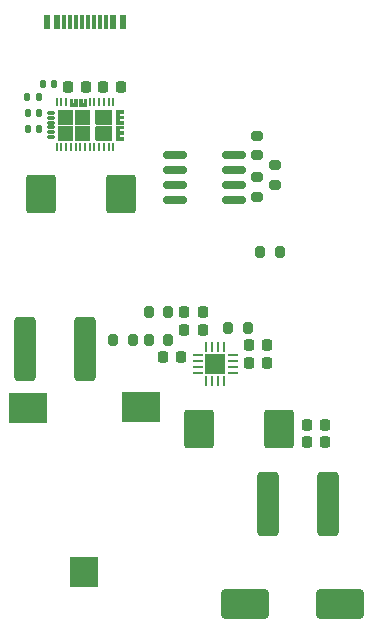
<source format=gtp>
G04 #@! TF.GenerationSoftware,KiCad,Pcbnew,8.0.1*
G04 #@! TF.CreationDate,2024-05-09T01:50:05+08:00*
G04 #@! TF.ProjectId,BatteryPod,42617474-6572-4795-906f-642e6b696361,rev?*
G04 #@! TF.SameCoordinates,Original*
G04 #@! TF.FileFunction,Paste,Top*
G04 #@! TF.FilePolarity,Positive*
%FSLAX46Y46*%
G04 Gerber Fmt 4.6, Leading zero omitted, Abs format (unit mm)*
G04 Created by KiCad (PCBNEW 8.0.1) date 2024-05-09 01:50:05*
%MOMM*%
%LPD*%
G01*
G04 APERTURE LIST*
G04 Aperture macros list*
%AMRoundRect*
0 Rectangle with rounded corners*
0 $1 Rounding radius*
0 $2 $3 $4 $5 $6 $7 $8 $9 X,Y pos of 4 corners*
0 Add a 4 corners polygon primitive as box body*
4,1,4,$2,$3,$4,$5,$6,$7,$8,$9,$2,$3,0*
0 Add four circle primitives for the rounded corners*
1,1,$1+$1,$2,$3*
1,1,$1+$1,$4,$5*
1,1,$1+$1,$6,$7*
1,1,$1+$1,$8,$9*
0 Add four rect primitives between the rounded corners*
20,1,$1+$1,$2,$3,$4,$5,0*
20,1,$1+$1,$4,$5,$6,$7,0*
20,1,$1+$1,$6,$7,$8,$9,0*
20,1,$1+$1,$8,$9,$2,$3,0*%
G04 Aperture macros list end*
%ADD10C,0.010000*%
%ADD11RoundRect,0.008000X-0.292000X-0.092000X0.292000X-0.092000X0.292000X0.092000X-0.292000X0.092000X0*%
%ADD12RoundRect,0.024000X-0.076000X-0.276000X0.076000X-0.276000X0.076000X0.276000X-0.076000X0.276000X0*%
%ADD13RoundRect,0.225000X-0.225000X-0.250000X0.225000X-0.250000X0.225000X0.250000X-0.225000X0.250000X0*%
%ADD14R,0.812800X0.254000*%
%ADD15R,0.254000X0.812800*%
%ADD16R,1.752600X1.752600*%
%ADD17RoundRect,0.200000X0.200000X0.275000X-0.200000X0.275000X-0.200000X-0.275000X0.200000X-0.275000X0*%
%ADD18RoundRect,0.250000X-0.650000X-2.450000X0.650000X-2.450000X0.650000X2.450000X-0.650000X2.450000X0*%
%ADD19RoundRect,0.200000X0.275000X-0.200000X0.275000X0.200000X-0.275000X0.200000X-0.275000X-0.200000X0*%
%ADD20RoundRect,0.200000X-0.200000X-0.275000X0.200000X-0.275000X0.200000X0.275000X-0.200000X0.275000X0*%
%ADD21RoundRect,0.225000X0.225000X0.250000X-0.225000X0.250000X-0.225000X-0.250000X0.225000X-0.250000X0*%
%ADD22R,0.600000X1.240000*%
%ADD23R,0.300000X1.240000*%
%ADD24RoundRect,0.250000X-1.000000X1.400000X-1.000000X-1.400000X1.000000X-1.400000X1.000000X1.400000X0*%
%ADD25RoundRect,0.140000X0.140000X0.170000X-0.140000X0.170000X-0.140000X-0.170000X0.140000X-0.170000X0*%
%ADD26RoundRect,0.250000X1.000000X-1.400000X1.000000X1.400000X-1.000000X1.400000X-1.000000X-1.400000X0*%
%ADD27R,3.200000X2.600000*%
%ADD28R,3.200000X2.599990*%
%ADD29R,2.400000X2.600000*%
%ADD30RoundRect,0.150000X-0.825000X-0.150000X0.825000X-0.150000X0.825000X0.150000X-0.825000X0.150000X0*%
%ADD31RoundRect,0.200000X-0.275000X0.200000X-0.275000X-0.200000X0.275000X-0.200000X0.275000X0.200000X0*%
%ADD32RoundRect,0.250000X-1.750000X-1.000000X1.750000X-1.000000X1.750000X1.000000X-1.750000X1.000000X0*%
G04 APERTURE END LIST*
D10*
X109143000Y-88751000D02*
X109145000Y-88751000D01*
X109148000Y-88752000D01*
X109150000Y-88752000D01*
X109153000Y-88753000D01*
X109155000Y-88754000D01*
X109158000Y-88755000D01*
X109160000Y-88757000D01*
X109162000Y-88758000D01*
X109164000Y-88760000D01*
X109166000Y-88761000D01*
X109168000Y-88763000D01*
X109170000Y-88765000D01*
X109172000Y-88767000D01*
X109174000Y-88769000D01*
X109175000Y-88771000D01*
X109177000Y-88773000D01*
X109178000Y-88775000D01*
X109180000Y-88777000D01*
X109181000Y-88780000D01*
X109182000Y-88782000D01*
X109183000Y-88785000D01*
X109183000Y-88787000D01*
X109184000Y-88790000D01*
X109184000Y-88792000D01*
X109185000Y-88795000D01*
X109185000Y-88797000D01*
X109185000Y-88800000D01*
X109185000Y-89870000D01*
X109185000Y-89873000D01*
X109185000Y-89875000D01*
X109184000Y-89878000D01*
X109184000Y-89880000D01*
X109183000Y-89883000D01*
X109183000Y-89885000D01*
X109182000Y-89888000D01*
X109181000Y-89890000D01*
X109180000Y-89893000D01*
X109178000Y-89895000D01*
X109177000Y-89897000D01*
X109175000Y-89899000D01*
X109174000Y-89901000D01*
X109172000Y-89903000D01*
X109170000Y-89905000D01*
X109168000Y-89907000D01*
X109166000Y-89909000D01*
X109164000Y-89910000D01*
X109162000Y-89912000D01*
X109160000Y-89913000D01*
X109158000Y-89915000D01*
X109155000Y-89916000D01*
X109153000Y-89917000D01*
X109150000Y-89918000D01*
X109148000Y-89918000D01*
X109145000Y-89919000D01*
X109143000Y-89919000D01*
X109140000Y-89920000D01*
X109138000Y-89920000D01*
X109135000Y-89920000D01*
X108035000Y-89920000D01*
X108032000Y-89920000D01*
X108030000Y-89920000D01*
X108027000Y-89919000D01*
X108025000Y-89919000D01*
X108022000Y-89918000D01*
X108020000Y-89918000D01*
X108017000Y-89917000D01*
X108015000Y-89916000D01*
X108012000Y-89915000D01*
X108010000Y-89913000D01*
X108008000Y-89912000D01*
X108006000Y-89910000D01*
X108004000Y-89909000D01*
X108002000Y-89907000D01*
X108000000Y-89905000D01*
X107998000Y-89903000D01*
X107996000Y-89901000D01*
X107995000Y-89899000D01*
X107993000Y-89897000D01*
X107992000Y-89895000D01*
X107990000Y-89893000D01*
X107989000Y-89890000D01*
X107988000Y-89888000D01*
X107987000Y-89885000D01*
X107987000Y-89883000D01*
X107986000Y-89880000D01*
X107986000Y-89878000D01*
X107985000Y-89875000D01*
X107985000Y-89873000D01*
X107985000Y-89870000D01*
X107985000Y-88800000D01*
X107985000Y-88797000D01*
X107985000Y-88795000D01*
X107986000Y-88792000D01*
X107986000Y-88790000D01*
X107987000Y-88787000D01*
X107987000Y-88785000D01*
X107988000Y-88782000D01*
X107989000Y-88780000D01*
X107990000Y-88777000D01*
X107992000Y-88775000D01*
X107993000Y-88773000D01*
X107995000Y-88771000D01*
X107996000Y-88769000D01*
X107998000Y-88767000D01*
X108000000Y-88765000D01*
X108002000Y-88763000D01*
X108004000Y-88761000D01*
X108006000Y-88760000D01*
X108008000Y-88758000D01*
X108010000Y-88757000D01*
X108012000Y-88755000D01*
X108015000Y-88754000D01*
X108017000Y-88753000D01*
X108020000Y-88752000D01*
X108022000Y-88752000D01*
X108025000Y-88751000D01*
X108027000Y-88751000D01*
X108030000Y-88750000D01*
X108032000Y-88750000D01*
X108035000Y-88750000D01*
X109135000Y-88750000D01*
X109138000Y-88750000D01*
X109140000Y-88750000D01*
X109143000Y-88751000D01*
G36*
X109143000Y-88751000D02*
G01*
X109145000Y-88751000D01*
X109148000Y-88752000D01*
X109150000Y-88752000D01*
X109153000Y-88753000D01*
X109155000Y-88754000D01*
X109158000Y-88755000D01*
X109160000Y-88757000D01*
X109162000Y-88758000D01*
X109164000Y-88760000D01*
X109166000Y-88761000D01*
X109168000Y-88763000D01*
X109170000Y-88765000D01*
X109172000Y-88767000D01*
X109174000Y-88769000D01*
X109175000Y-88771000D01*
X109177000Y-88773000D01*
X109178000Y-88775000D01*
X109180000Y-88777000D01*
X109181000Y-88780000D01*
X109182000Y-88782000D01*
X109183000Y-88785000D01*
X109183000Y-88787000D01*
X109184000Y-88790000D01*
X109184000Y-88792000D01*
X109185000Y-88795000D01*
X109185000Y-88797000D01*
X109185000Y-88800000D01*
X109185000Y-89870000D01*
X109185000Y-89873000D01*
X109185000Y-89875000D01*
X109184000Y-89878000D01*
X109184000Y-89880000D01*
X109183000Y-89883000D01*
X109183000Y-89885000D01*
X109182000Y-89888000D01*
X109181000Y-89890000D01*
X109180000Y-89893000D01*
X109178000Y-89895000D01*
X109177000Y-89897000D01*
X109175000Y-89899000D01*
X109174000Y-89901000D01*
X109172000Y-89903000D01*
X109170000Y-89905000D01*
X109168000Y-89907000D01*
X109166000Y-89909000D01*
X109164000Y-89910000D01*
X109162000Y-89912000D01*
X109160000Y-89913000D01*
X109158000Y-89915000D01*
X109155000Y-89916000D01*
X109153000Y-89917000D01*
X109150000Y-89918000D01*
X109148000Y-89918000D01*
X109145000Y-89919000D01*
X109143000Y-89919000D01*
X109140000Y-89920000D01*
X109138000Y-89920000D01*
X109135000Y-89920000D01*
X108035000Y-89920000D01*
X108032000Y-89920000D01*
X108030000Y-89920000D01*
X108027000Y-89919000D01*
X108025000Y-89919000D01*
X108022000Y-89918000D01*
X108020000Y-89918000D01*
X108017000Y-89917000D01*
X108015000Y-89916000D01*
X108012000Y-89915000D01*
X108010000Y-89913000D01*
X108008000Y-89912000D01*
X108006000Y-89910000D01*
X108004000Y-89909000D01*
X108002000Y-89907000D01*
X108000000Y-89905000D01*
X107998000Y-89903000D01*
X107996000Y-89901000D01*
X107995000Y-89899000D01*
X107993000Y-89897000D01*
X107992000Y-89895000D01*
X107990000Y-89893000D01*
X107989000Y-89890000D01*
X107988000Y-89888000D01*
X107987000Y-89885000D01*
X107987000Y-89883000D01*
X107986000Y-89880000D01*
X107986000Y-89878000D01*
X107985000Y-89875000D01*
X107985000Y-89873000D01*
X107985000Y-89870000D01*
X107985000Y-88800000D01*
X107985000Y-88797000D01*
X107985000Y-88795000D01*
X107986000Y-88792000D01*
X107986000Y-88790000D01*
X107987000Y-88787000D01*
X107987000Y-88785000D01*
X107988000Y-88782000D01*
X107989000Y-88780000D01*
X107990000Y-88777000D01*
X107992000Y-88775000D01*
X107993000Y-88773000D01*
X107995000Y-88771000D01*
X107996000Y-88769000D01*
X107998000Y-88767000D01*
X108000000Y-88765000D01*
X108002000Y-88763000D01*
X108004000Y-88761000D01*
X108006000Y-88760000D01*
X108008000Y-88758000D01*
X108010000Y-88757000D01*
X108012000Y-88755000D01*
X108015000Y-88754000D01*
X108017000Y-88753000D01*
X108020000Y-88752000D01*
X108022000Y-88752000D01*
X108025000Y-88751000D01*
X108027000Y-88751000D01*
X108030000Y-88750000D01*
X108032000Y-88750000D01*
X108035000Y-88750000D01*
X109135000Y-88750000D01*
X109138000Y-88750000D01*
X109140000Y-88750000D01*
X109143000Y-88751000D01*
G37*
X109143000Y-90131000D02*
X109145000Y-90131000D01*
X109148000Y-90132000D01*
X109150000Y-90132000D01*
X109153000Y-90133000D01*
X109155000Y-90134000D01*
X109158000Y-90135000D01*
X109160000Y-90137000D01*
X109162000Y-90138000D01*
X109164000Y-90140000D01*
X109166000Y-90141000D01*
X109168000Y-90143000D01*
X109170000Y-90145000D01*
X109172000Y-90147000D01*
X109174000Y-90149000D01*
X109175000Y-90151000D01*
X109177000Y-90153000D01*
X109178000Y-90155000D01*
X109180000Y-90157000D01*
X109181000Y-90160000D01*
X109182000Y-90162000D01*
X109183000Y-90165000D01*
X109183000Y-90167000D01*
X109184000Y-90170000D01*
X109184000Y-90172000D01*
X109185000Y-90175000D01*
X109185000Y-90177000D01*
X109185000Y-90180000D01*
X109185000Y-91250000D01*
X109185000Y-91253000D01*
X109185000Y-91255000D01*
X109184000Y-91258000D01*
X109184000Y-91260000D01*
X109183000Y-91263000D01*
X109183000Y-91265000D01*
X109182000Y-91268000D01*
X109181000Y-91270000D01*
X109180000Y-91273000D01*
X109178000Y-91275000D01*
X109177000Y-91277000D01*
X109175000Y-91279000D01*
X109174000Y-91281000D01*
X109172000Y-91283000D01*
X109170000Y-91285000D01*
X109168000Y-91287000D01*
X109166000Y-91289000D01*
X109164000Y-91290000D01*
X109162000Y-91292000D01*
X109160000Y-91293000D01*
X109158000Y-91295000D01*
X109155000Y-91296000D01*
X109153000Y-91297000D01*
X109150000Y-91298000D01*
X109148000Y-91298000D01*
X109145000Y-91299000D01*
X109143000Y-91299000D01*
X109140000Y-91300000D01*
X109138000Y-91300000D01*
X109135000Y-91300000D01*
X108035000Y-91300000D01*
X108032000Y-91300000D01*
X108030000Y-91300000D01*
X108027000Y-91299000D01*
X108025000Y-91299000D01*
X108022000Y-91298000D01*
X108020000Y-91298000D01*
X108017000Y-91297000D01*
X108015000Y-91296000D01*
X108012000Y-91295000D01*
X108010000Y-91293000D01*
X108008000Y-91292000D01*
X108006000Y-91290000D01*
X108004000Y-91289000D01*
X108002000Y-91287000D01*
X108000000Y-91285000D01*
X107998000Y-91283000D01*
X107996000Y-91281000D01*
X107995000Y-91279000D01*
X107993000Y-91277000D01*
X107992000Y-91275000D01*
X107990000Y-91273000D01*
X107989000Y-91270000D01*
X107988000Y-91268000D01*
X107987000Y-91265000D01*
X107987000Y-91263000D01*
X107986000Y-91260000D01*
X107986000Y-91258000D01*
X107985000Y-91255000D01*
X107985000Y-91253000D01*
X107985000Y-91250000D01*
X107985000Y-90180000D01*
X107985000Y-90177000D01*
X107985000Y-90175000D01*
X107986000Y-90172000D01*
X107986000Y-90170000D01*
X107987000Y-90167000D01*
X107987000Y-90165000D01*
X107988000Y-90162000D01*
X107989000Y-90160000D01*
X107990000Y-90157000D01*
X107992000Y-90155000D01*
X107993000Y-90153000D01*
X107995000Y-90151000D01*
X107996000Y-90149000D01*
X107998000Y-90147000D01*
X108000000Y-90145000D01*
X108002000Y-90143000D01*
X108004000Y-90141000D01*
X108006000Y-90140000D01*
X108008000Y-90138000D01*
X108010000Y-90137000D01*
X108012000Y-90135000D01*
X108015000Y-90134000D01*
X108017000Y-90133000D01*
X108020000Y-90132000D01*
X108022000Y-90132000D01*
X108025000Y-90131000D01*
X108027000Y-90131000D01*
X108030000Y-90130000D01*
X108032000Y-90130000D01*
X108035000Y-90130000D01*
X109135000Y-90130000D01*
X109138000Y-90130000D01*
X109140000Y-90130000D01*
X109143000Y-90131000D01*
G36*
X109143000Y-90131000D02*
G01*
X109145000Y-90131000D01*
X109148000Y-90132000D01*
X109150000Y-90132000D01*
X109153000Y-90133000D01*
X109155000Y-90134000D01*
X109158000Y-90135000D01*
X109160000Y-90137000D01*
X109162000Y-90138000D01*
X109164000Y-90140000D01*
X109166000Y-90141000D01*
X109168000Y-90143000D01*
X109170000Y-90145000D01*
X109172000Y-90147000D01*
X109174000Y-90149000D01*
X109175000Y-90151000D01*
X109177000Y-90153000D01*
X109178000Y-90155000D01*
X109180000Y-90157000D01*
X109181000Y-90160000D01*
X109182000Y-90162000D01*
X109183000Y-90165000D01*
X109183000Y-90167000D01*
X109184000Y-90170000D01*
X109184000Y-90172000D01*
X109185000Y-90175000D01*
X109185000Y-90177000D01*
X109185000Y-90180000D01*
X109185000Y-91250000D01*
X109185000Y-91253000D01*
X109185000Y-91255000D01*
X109184000Y-91258000D01*
X109184000Y-91260000D01*
X109183000Y-91263000D01*
X109183000Y-91265000D01*
X109182000Y-91268000D01*
X109181000Y-91270000D01*
X109180000Y-91273000D01*
X109178000Y-91275000D01*
X109177000Y-91277000D01*
X109175000Y-91279000D01*
X109174000Y-91281000D01*
X109172000Y-91283000D01*
X109170000Y-91285000D01*
X109168000Y-91287000D01*
X109166000Y-91289000D01*
X109164000Y-91290000D01*
X109162000Y-91292000D01*
X109160000Y-91293000D01*
X109158000Y-91295000D01*
X109155000Y-91296000D01*
X109153000Y-91297000D01*
X109150000Y-91298000D01*
X109148000Y-91298000D01*
X109145000Y-91299000D01*
X109143000Y-91299000D01*
X109140000Y-91300000D01*
X109138000Y-91300000D01*
X109135000Y-91300000D01*
X108035000Y-91300000D01*
X108032000Y-91300000D01*
X108030000Y-91300000D01*
X108027000Y-91299000D01*
X108025000Y-91299000D01*
X108022000Y-91298000D01*
X108020000Y-91298000D01*
X108017000Y-91297000D01*
X108015000Y-91296000D01*
X108012000Y-91295000D01*
X108010000Y-91293000D01*
X108008000Y-91292000D01*
X108006000Y-91290000D01*
X108004000Y-91289000D01*
X108002000Y-91287000D01*
X108000000Y-91285000D01*
X107998000Y-91283000D01*
X107996000Y-91281000D01*
X107995000Y-91279000D01*
X107993000Y-91277000D01*
X107992000Y-91275000D01*
X107990000Y-91273000D01*
X107989000Y-91270000D01*
X107988000Y-91268000D01*
X107987000Y-91265000D01*
X107987000Y-91263000D01*
X107986000Y-91260000D01*
X107986000Y-91258000D01*
X107985000Y-91255000D01*
X107985000Y-91253000D01*
X107985000Y-91250000D01*
X107985000Y-90180000D01*
X107985000Y-90177000D01*
X107985000Y-90175000D01*
X107986000Y-90172000D01*
X107986000Y-90170000D01*
X107987000Y-90167000D01*
X107987000Y-90165000D01*
X107988000Y-90162000D01*
X107989000Y-90160000D01*
X107990000Y-90157000D01*
X107992000Y-90155000D01*
X107993000Y-90153000D01*
X107995000Y-90151000D01*
X107996000Y-90149000D01*
X107998000Y-90147000D01*
X108000000Y-90145000D01*
X108002000Y-90143000D01*
X108004000Y-90141000D01*
X108006000Y-90140000D01*
X108008000Y-90138000D01*
X108010000Y-90137000D01*
X108012000Y-90135000D01*
X108015000Y-90134000D01*
X108017000Y-90133000D01*
X108020000Y-90132000D01*
X108022000Y-90132000D01*
X108025000Y-90131000D01*
X108027000Y-90131000D01*
X108030000Y-90130000D01*
X108032000Y-90130000D01*
X108035000Y-90130000D01*
X109135000Y-90130000D01*
X109138000Y-90130000D01*
X109140000Y-90130000D01*
X109143000Y-90131000D01*
G37*
X110543000Y-88751000D02*
X110545000Y-88751000D01*
X110548000Y-88752000D01*
X110550000Y-88752000D01*
X110553000Y-88753000D01*
X110555000Y-88754000D01*
X110558000Y-88755000D01*
X110560000Y-88757000D01*
X110562000Y-88758000D01*
X110564000Y-88760000D01*
X110566000Y-88761000D01*
X110568000Y-88763000D01*
X110570000Y-88765000D01*
X110572000Y-88767000D01*
X110574000Y-88769000D01*
X110575000Y-88771000D01*
X110577000Y-88773000D01*
X110578000Y-88775000D01*
X110580000Y-88777000D01*
X110581000Y-88780000D01*
X110582000Y-88782000D01*
X110583000Y-88785000D01*
X110583000Y-88787000D01*
X110584000Y-88790000D01*
X110584000Y-88792000D01*
X110585000Y-88795000D01*
X110585000Y-88797000D01*
X110585000Y-88800000D01*
X110585000Y-89870000D01*
X110585000Y-89873000D01*
X110585000Y-89875000D01*
X110584000Y-89878000D01*
X110584000Y-89880000D01*
X110583000Y-89883000D01*
X110583000Y-89885000D01*
X110582000Y-89888000D01*
X110581000Y-89890000D01*
X110580000Y-89893000D01*
X110578000Y-89895000D01*
X110577000Y-89897000D01*
X110575000Y-89899000D01*
X110574000Y-89901000D01*
X110572000Y-89903000D01*
X110570000Y-89905000D01*
X110568000Y-89907000D01*
X110566000Y-89909000D01*
X110564000Y-89910000D01*
X110562000Y-89912000D01*
X110560000Y-89913000D01*
X110558000Y-89915000D01*
X110555000Y-89916000D01*
X110553000Y-89917000D01*
X110550000Y-89918000D01*
X110548000Y-89918000D01*
X110545000Y-89919000D01*
X110543000Y-89919000D01*
X110540000Y-89920000D01*
X110538000Y-89920000D01*
X110535000Y-89920000D01*
X109435000Y-89920000D01*
X109432000Y-89920000D01*
X109430000Y-89920000D01*
X109427000Y-89919000D01*
X109425000Y-89919000D01*
X109422000Y-89918000D01*
X109420000Y-89918000D01*
X109417000Y-89917000D01*
X109415000Y-89916000D01*
X109412000Y-89915000D01*
X109410000Y-89913000D01*
X109408000Y-89912000D01*
X109406000Y-89910000D01*
X109404000Y-89909000D01*
X109402000Y-89907000D01*
X109400000Y-89905000D01*
X109398000Y-89903000D01*
X109396000Y-89901000D01*
X109395000Y-89899000D01*
X109393000Y-89897000D01*
X109392000Y-89895000D01*
X109390000Y-89893000D01*
X109389000Y-89890000D01*
X109388000Y-89888000D01*
X109387000Y-89885000D01*
X109387000Y-89883000D01*
X109386000Y-89880000D01*
X109386000Y-89878000D01*
X109385000Y-89875000D01*
X109385000Y-89873000D01*
X109385000Y-89870000D01*
X109385000Y-88800000D01*
X109385000Y-88797000D01*
X109385000Y-88795000D01*
X109386000Y-88792000D01*
X109386000Y-88790000D01*
X109387000Y-88787000D01*
X109387000Y-88785000D01*
X109388000Y-88782000D01*
X109389000Y-88780000D01*
X109390000Y-88777000D01*
X109392000Y-88775000D01*
X109393000Y-88773000D01*
X109395000Y-88771000D01*
X109396000Y-88769000D01*
X109398000Y-88767000D01*
X109400000Y-88765000D01*
X109402000Y-88763000D01*
X109404000Y-88761000D01*
X109406000Y-88760000D01*
X109408000Y-88758000D01*
X109410000Y-88757000D01*
X109412000Y-88755000D01*
X109415000Y-88754000D01*
X109417000Y-88753000D01*
X109420000Y-88752000D01*
X109422000Y-88752000D01*
X109425000Y-88751000D01*
X109427000Y-88751000D01*
X109430000Y-88750000D01*
X109432000Y-88750000D01*
X109435000Y-88750000D01*
X110535000Y-88750000D01*
X110538000Y-88750000D01*
X110540000Y-88750000D01*
X110543000Y-88751000D01*
G36*
X110543000Y-88751000D02*
G01*
X110545000Y-88751000D01*
X110548000Y-88752000D01*
X110550000Y-88752000D01*
X110553000Y-88753000D01*
X110555000Y-88754000D01*
X110558000Y-88755000D01*
X110560000Y-88757000D01*
X110562000Y-88758000D01*
X110564000Y-88760000D01*
X110566000Y-88761000D01*
X110568000Y-88763000D01*
X110570000Y-88765000D01*
X110572000Y-88767000D01*
X110574000Y-88769000D01*
X110575000Y-88771000D01*
X110577000Y-88773000D01*
X110578000Y-88775000D01*
X110580000Y-88777000D01*
X110581000Y-88780000D01*
X110582000Y-88782000D01*
X110583000Y-88785000D01*
X110583000Y-88787000D01*
X110584000Y-88790000D01*
X110584000Y-88792000D01*
X110585000Y-88795000D01*
X110585000Y-88797000D01*
X110585000Y-88800000D01*
X110585000Y-89870000D01*
X110585000Y-89873000D01*
X110585000Y-89875000D01*
X110584000Y-89878000D01*
X110584000Y-89880000D01*
X110583000Y-89883000D01*
X110583000Y-89885000D01*
X110582000Y-89888000D01*
X110581000Y-89890000D01*
X110580000Y-89893000D01*
X110578000Y-89895000D01*
X110577000Y-89897000D01*
X110575000Y-89899000D01*
X110574000Y-89901000D01*
X110572000Y-89903000D01*
X110570000Y-89905000D01*
X110568000Y-89907000D01*
X110566000Y-89909000D01*
X110564000Y-89910000D01*
X110562000Y-89912000D01*
X110560000Y-89913000D01*
X110558000Y-89915000D01*
X110555000Y-89916000D01*
X110553000Y-89917000D01*
X110550000Y-89918000D01*
X110548000Y-89918000D01*
X110545000Y-89919000D01*
X110543000Y-89919000D01*
X110540000Y-89920000D01*
X110538000Y-89920000D01*
X110535000Y-89920000D01*
X109435000Y-89920000D01*
X109432000Y-89920000D01*
X109430000Y-89920000D01*
X109427000Y-89919000D01*
X109425000Y-89919000D01*
X109422000Y-89918000D01*
X109420000Y-89918000D01*
X109417000Y-89917000D01*
X109415000Y-89916000D01*
X109412000Y-89915000D01*
X109410000Y-89913000D01*
X109408000Y-89912000D01*
X109406000Y-89910000D01*
X109404000Y-89909000D01*
X109402000Y-89907000D01*
X109400000Y-89905000D01*
X109398000Y-89903000D01*
X109396000Y-89901000D01*
X109395000Y-89899000D01*
X109393000Y-89897000D01*
X109392000Y-89895000D01*
X109390000Y-89893000D01*
X109389000Y-89890000D01*
X109388000Y-89888000D01*
X109387000Y-89885000D01*
X109387000Y-89883000D01*
X109386000Y-89880000D01*
X109386000Y-89878000D01*
X109385000Y-89875000D01*
X109385000Y-89873000D01*
X109385000Y-89870000D01*
X109385000Y-88800000D01*
X109385000Y-88797000D01*
X109385000Y-88795000D01*
X109386000Y-88792000D01*
X109386000Y-88790000D01*
X109387000Y-88787000D01*
X109387000Y-88785000D01*
X109388000Y-88782000D01*
X109389000Y-88780000D01*
X109390000Y-88777000D01*
X109392000Y-88775000D01*
X109393000Y-88773000D01*
X109395000Y-88771000D01*
X109396000Y-88769000D01*
X109398000Y-88767000D01*
X109400000Y-88765000D01*
X109402000Y-88763000D01*
X109404000Y-88761000D01*
X109406000Y-88760000D01*
X109408000Y-88758000D01*
X109410000Y-88757000D01*
X109412000Y-88755000D01*
X109415000Y-88754000D01*
X109417000Y-88753000D01*
X109420000Y-88752000D01*
X109422000Y-88752000D01*
X109425000Y-88751000D01*
X109427000Y-88751000D01*
X109430000Y-88750000D01*
X109432000Y-88750000D01*
X109435000Y-88750000D01*
X110535000Y-88750000D01*
X110538000Y-88750000D01*
X110540000Y-88750000D01*
X110543000Y-88751000D01*
G37*
X110543000Y-90131000D02*
X110545000Y-90131000D01*
X110548000Y-90132000D01*
X110550000Y-90132000D01*
X110553000Y-90133000D01*
X110555000Y-90134000D01*
X110558000Y-90135000D01*
X110560000Y-90137000D01*
X110562000Y-90138000D01*
X110564000Y-90140000D01*
X110566000Y-90141000D01*
X110568000Y-90143000D01*
X110570000Y-90145000D01*
X110572000Y-90147000D01*
X110574000Y-90149000D01*
X110575000Y-90151000D01*
X110577000Y-90153000D01*
X110578000Y-90155000D01*
X110580000Y-90157000D01*
X110581000Y-90160000D01*
X110582000Y-90162000D01*
X110583000Y-90165000D01*
X110583000Y-90167000D01*
X110584000Y-90170000D01*
X110584000Y-90172000D01*
X110585000Y-90175000D01*
X110585000Y-90177000D01*
X110585000Y-90180000D01*
X110585000Y-91250000D01*
X110585000Y-91253000D01*
X110585000Y-91255000D01*
X110584000Y-91258000D01*
X110584000Y-91260000D01*
X110583000Y-91263000D01*
X110583000Y-91265000D01*
X110582000Y-91268000D01*
X110581000Y-91270000D01*
X110580000Y-91273000D01*
X110578000Y-91275000D01*
X110577000Y-91277000D01*
X110575000Y-91279000D01*
X110574000Y-91281000D01*
X110572000Y-91283000D01*
X110570000Y-91285000D01*
X110568000Y-91287000D01*
X110566000Y-91289000D01*
X110564000Y-91290000D01*
X110562000Y-91292000D01*
X110560000Y-91293000D01*
X110558000Y-91295000D01*
X110555000Y-91296000D01*
X110553000Y-91297000D01*
X110550000Y-91298000D01*
X110548000Y-91298000D01*
X110545000Y-91299000D01*
X110543000Y-91299000D01*
X110540000Y-91300000D01*
X110538000Y-91300000D01*
X110535000Y-91300000D01*
X109435000Y-91300000D01*
X109432000Y-91300000D01*
X109430000Y-91300000D01*
X109427000Y-91299000D01*
X109425000Y-91299000D01*
X109422000Y-91298000D01*
X109420000Y-91298000D01*
X109417000Y-91297000D01*
X109415000Y-91296000D01*
X109412000Y-91295000D01*
X109410000Y-91293000D01*
X109408000Y-91292000D01*
X109406000Y-91290000D01*
X109404000Y-91289000D01*
X109402000Y-91287000D01*
X109400000Y-91285000D01*
X109398000Y-91283000D01*
X109396000Y-91281000D01*
X109395000Y-91279000D01*
X109393000Y-91277000D01*
X109392000Y-91275000D01*
X109390000Y-91273000D01*
X109389000Y-91270000D01*
X109388000Y-91268000D01*
X109387000Y-91265000D01*
X109387000Y-91263000D01*
X109386000Y-91260000D01*
X109386000Y-91258000D01*
X109385000Y-91255000D01*
X109385000Y-91253000D01*
X109385000Y-91250000D01*
X109385000Y-90180000D01*
X109385000Y-90177000D01*
X109385000Y-90175000D01*
X109386000Y-90172000D01*
X109386000Y-90170000D01*
X109387000Y-90167000D01*
X109387000Y-90165000D01*
X109388000Y-90162000D01*
X109389000Y-90160000D01*
X109390000Y-90157000D01*
X109392000Y-90155000D01*
X109393000Y-90153000D01*
X109395000Y-90151000D01*
X109396000Y-90149000D01*
X109398000Y-90147000D01*
X109400000Y-90145000D01*
X109402000Y-90143000D01*
X109404000Y-90141000D01*
X109406000Y-90140000D01*
X109408000Y-90138000D01*
X109410000Y-90137000D01*
X109412000Y-90135000D01*
X109415000Y-90134000D01*
X109417000Y-90133000D01*
X109420000Y-90132000D01*
X109422000Y-90132000D01*
X109425000Y-90131000D01*
X109427000Y-90131000D01*
X109430000Y-90130000D01*
X109432000Y-90130000D01*
X109435000Y-90130000D01*
X110535000Y-90130000D01*
X110538000Y-90130000D01*
X110540000Y-90130000D01*
X110543000Y-90131000D01*
G36*
X110543000Y-90131000D02*
G01*
X110545000Y-90131000D01*
X110548000Y-90132000D01*
X110550000Y-90132000D01*
X110553000Y-90133000D01*
X110555000Y-90134000D01*
X110558000Y-90135000D01*
X110560000Y-90137000D01*
X110562000Y-90138000D01*
X110564000Y-90140000D01*
X110566000Y-90141000D01*
X110568000Y-90143000D01*
X110570000Y-90145000D01*
X110572000Y-90147000D01*
X110574000Y-90149000D01*
X110575000Y-90151000D01*
X110577000Y-90153000D01*
X110578000Y-90155000D01*
X110580000Y-90157000D01*
X110581000Y-90160000D01*
X110582000Y-90162000D01*
X110583000Y-90165000D01*
X110583000Y-90167000D01*
X110584000Y-90170000D01*
X110584000Y-90172000D01*
X110585000Y-90175000D01*
X110585000Y-90177000D01*
X110585000Y-90180000D01*
X110585000Y-91250000D01*
X110585000Y-91253000D01*
X110585000Y-91255000D01*
X110584000Y-91258000D01*
X110584000Y-91260000D01*
X110583000Y-91263000D01*
X110583000Y-91265000D01*
X110582000Y-91268000D01*
X110581000Y-91270000D01*
X110580000Y-91273000D01*
X110578000Y-91275000D01*
X110577000Y-91277000D01*
X110575000Y-91279000D01*
X110574000Y-91281000D01*
X110572000Y-91283000D01*
X110570000Y-91285000D01*
X110568000Y-91287000D01*
X110566000Y-91289000D01*
X110564000Y-91290000D01*
X110562000Y-91292000D01*
X110560000Y-91293000D01*
X110558000Y-91295000D01*
X110555000Y-91296000D01*
X110553000Y-91297000D01*
X110550000Y-91298000D01*
X110548000Y-91298000D01*
X110545000Y-91299000D01*
X110543000Y-91299000D01*
X110540000Y-91300000D01*
X110538000Y-91300000D01*
X110535000Y-91300000D01*
X109435000Y-91300000D01*
X109432000Y-91300000D01*
X109430000Y-91300000D01*
X109427000Y-91299000D01*
X109425000Y-91299000D01*
X109422000Y-91298000D01*
X109420000Y-91298000D01*
X109417000Y-91297000D01*
X109415000Y-91296000D01*
X109412000Y-91295000D01*
X109410000Y-91293000D01*
X109408000Y-91292000D01*
X109406000Y-91290000D01*
X109404000Y-91289000D01*
X109402000Y-91287000D01*
X109400000Y-91285000D01*
X109398000Y-91283000D01*
X109396000Y-91281000D01*
X109395000Y-91279000D01*
X109393000Y-91277000D01*
X109392000Y-91275000D01*
X109390000Y-91273000D01*
X109389000Y-91270000D01*
X109388000Y-91268000D01*
X109387000Y-91265000D01*
X109387000Y-91263000D01*
X109386000Y-91260000D01*
X109386000Y-91258000D01*
X109385000Y-91255000D01*
X109385000Y-91253000D01*
X109385000Y-91250000D01*
X109385000Y-90180000D01*
X109385000Y-90177000D01*
X109385000Y-90175000D01*
X109386000Y-90172000D01*
X109386000Y-90170000D01*
X109387000Y-90167000D01*
X109387000Y-90165000D01*
X109388000Y-90162000D01*
X109389000Y-90160000D01*
X109390000Y-90157000D01*
X109392000Y-90155000D01*
X109393000Y-90153000D01*
X109395000Y-90151000D01*
X109396000Y-90149000D01*
X109398000Y-90147000D01*
X109400000Y-90145000D01*
X109402000Y-90143000D01*
X109404000Y-90141000D01*
X109406000Y-90140000D01*
X109408000Y-90138000D01*
X109410000Y-90137000D01*
X109412000Y-90135000D01*
X109415000Y-90134000D01*
X109417000Y-90133000D01*
X109420000Y-90132000D01*
X109422000Y-90132000D01*
X109425000Y-90131000D01*
X109427000Y-90131000D01*
X109430000Y-90130000D01*
X109432000Y-90130000D01*
X109435000Y-90130000D01*
X110535000Y-90130000D01*
X110538000Y-90130000D01*
X110540000Y-90130000D01*
X110543000Y-90131000D01*
G37*
X112443000Y-88751000D02*
X112445000Y-88751000D01*
X112448000Y-88752000D01*
X112450000Y-88752000D01*
X112453000Y-88753000D01*
X112455000Y-88754000D01*
X112458000Y-88755000D01*
X112460000Y-88757000D01*
X112462000Y-88758000D01*
X112464000Y-88760000D01*
X112466000Y-88761000D01*
X112468000Y-88763000D01*
X112470000Y-88765000D01*
X112472000Y-88767000D01*
X112474000Y-88769000D01*
X112475000Y-88771000D01*
X112477000Y-88773000D01*
X112478000Y-88775000D01*
X112480000Y-88777000D01*
X112481000Y-88780000D01*
X112482000Y-88782000D01*
X112483000Y-88785000D01*
X112483000Y-88787000D01*
X112484000Y-88790000D01*
X112484000Y-88792000D01*
X112485000Y-88795000D01*
X112485000Y-88797000D01*
X112485000Y-88800000D01*
X112485000Y-89870000D01*
X112485000Y-89873000D01*
X112485000Y-89875000D01*
X112484000Y-89878000D01*
X112484000Y-89880000D01*
X112483000Y-89883000D01*
X112483000Y-89885000D01*
X112482000Y-89888000D01*
X112481000Y-89890000D01*
X112480000Y-89893000D01*
X112478000Y-89895000D01*
X112477000Y-89897000D01*
X112475000Y-89899000D01*
X112474000Y-89901000D01*
X112472000Y-89903000D01*
X112470000Y-89905000D01*
X112468000Y-89907000D01*
X112466000Y-89909000D01*
X112464000Y-89910000D01*
X112462000Y-89912000D01*
X112460000Y-89913000D01*
X112458000Y-89915000D01*
X112455000Y-89916000D01*
X112453000Y-89917000D01*
X112450000Y-89918000D01*
X112448000Y-89918000D01*
X112445000Y-89919000D01*
X112443000Y-89919000D01*
X112440000Y-89920000D01*
X112438000Y-89920000D01*
X112435000Y-89920000D01*
X111185000Y-89920000D01*
X111182000Y-89920000D01*
X111180000Y-89920000D01*
X111177000Y-89919000D01*
X111175000Y-89919000D01*
X111172000Y-89918000D01*
X111170000Y-89918000D01*
X111167000Y-89917000D01*
X111165000Y-89916000D01*
X111162000Y-89915000D01*
X111160000Y-89913000D01*
X111158000Y-89912000D01*
X111156000Y-89910000D01*
X111154000Y-89909000D01*
X111152000Y-89907000D01*
X111150000Y-89905000D01*
X111148000Y-89903000D01*
X111146000Y-89901000D01*
X111145000Y-89899000D01*
X111143000Y-89897000D01*
X111142000Y-89895000D01*
X111140000Y-89893000D01*
X111139000Y-89890000D01*
X111138000Y-89888000D01*
X111137000Y-89885000D01*
X111137000Y-89883000D01*
X111136000Y-89880000D01*
X111136000Y-89878000D01*
X111135000Y-89875000D01*
X111135000Y-89873000D01*
X111135000Y-89870000D01*
X111135000Y-88800000D01*
X111135000Y-88797000D01*
X111135000Y-88795000D01*
X111136000Y-88792000D01*
X111136000Y-88790000D01*
X111137000Y-88787000D01*
X111137000Y-88785000D01*
X111138000Y-88782000D01*
X111139000Y-88780000D01*
X111140000Y-88777000D01*
X111142000Y-88775000D01*
X111143000Y-88773000D01*
X111145000Y-88771000D01*
X111146000Y-88769000D01*
X111148000Y-88767000D01*
X111150000Y-88765000D01*
X111152000Y-88763000D01*
X111154000Y-88761000D01*
X111156000Y-88760000D01*
X111158000Y-88758000D01*
X111160000Y-88757000D01*
X111162000Y-88755000D01*
X111165000Y-88754000D01*
X111167000Y-88753000D01*
X111170000Y-88752000D01*
X111172000Y-88752000D01*
X111175000Y-88751000D01*
X111177000Y-88751000D01*
X111180000Y-88750000D01*
X111182000Y-88750000D01*
X111185000Y-88750000D01*
X112435000Y-88750000D01*
X112438000Y-88750000D01*
X112440000Y-88750000D01*
X112443000Y-88751000D01*
G36*
X112443000Y-88751000D02*
G01*
X112445000Y-88751000D01*
X112448000Y-88752000D01*
X112450000Y-88752000D01*
X112453000Y-88753000D01*
X112455000Y-88754000D01*
X112458000Y-88755000D01*
X112460000Y-88757000D01*
X112462000Y-88758000D01*
X112464000Y-88760000D01*
X112466000Y-88761000D01*
X112468000Y-88763000D01*
X112470000Y-88765000D01*
X112472000Y-88767000D01*
X112474000Y-88769000D01*
X112475000Y-88771000D01*
X112477000Y-88773000D01*
X112478000Y-88775000D01*
X112480000Y-88777000D01*
X112481000Y-88780000D01*
X112482000Y-88782000D01*
X112483000Y-88785000D01*
X112483000Y-88787000D01*
X112484000Y-88790000D01*
X112484000Y-88792000D01*
X112485000Y-88795000D01*
X112485000Y-88797000D01*
X112485000Y-88800000D01*
X112485000Y-89870000D01*
X112485000Y-89873000D01*
X112485000Y-89875000D01*
X112484000Y-89878000D01*
X112484000Y-89880000D01*
X112483000Y-89883000D01*
X112483000Y-89885000D01*
X112482000Y-89888000D01*
X112481000Y-89890000D01*
X112480000Y-89893000D01*
X112478000Y-89895000D01*
X112477000Y-89897000D01*
X112475000Y-89899000D01*
X112474000Y-89901000D01*
X112472000Y-89903000D01*
X112470000Y-89905000D01*
X112468000Y-89907000D01*
X112466000Y-89909000D01*
X112464000Y-89910000D01*
X112462000Y-89912000D01*
X112460000Y-89913000D01*
X112458000Y-89915000D01*
X112455000Y-89916000D01*
X112453000Y-89917000D01*
X112450000Y-89918000D01*
X112448000Y-89918000D01*
X112445000Y-89919000D01*
X112443000Y-89919000D01*
X112440000Y-89920000D01*
X112438000Y-89920000D01*
X112435000Y-89920000D01*
X111185000Y-89920000D01*
X111182000Y-89920000D01*
X111180000Y-89920000D01*
X111177000Y-89919000D01*
X111175000Y-89919000D01*
X111172000Y-89918000D01*
X111170000Y-89918000D01*
X111167000Y-89917000D01*
X111165000Y-89916000D01*
X111162000Y-89915000D01*
X111160000Y-89913000D01*
X111158000Y-89912000D01*
X111156000Y-89910000D01*
X111154000Y-89909000D01*
X111152000Y-89907000D01*
X111150000Y-89905000D01*
X111148000Y-89903000D01*
X111146000Y-89901000D01*
X111145000Y-89899000D01*
X111143000Y-89897000D01*
X111142000Y-89895000D01*
X111140000Y-89893000D01*
X111139000Y-89890000D01*
X111138000Y-89888000D01*
X111137000Y-89885000D01*
X111137000Y-89883000D01*
X111136000Y-89880000D01*
X111136000Y-89878000D01*
X111135000Y-89875000D01*
X111135000Y-89873000D01*
X111135000Y-89870000D01*
X111135000Y-88800000D01*
X111135000Y-88797000D01*
X111135000Y-88795000D01*
X111136000Y-88792000D01*
X111136000Y-88790000D01*
X111137000Y-88787000D01*
X111137000Y-88785000D01*
X111138000Y-88782000D01*
X111139000Y-88780000D01*
X111140000Y-88777000D01*
X111142000Y-88775000D01*
X111143000Y-88773000D01*
X111145000Y-88771000D01*
X111146000Y-88769000D01*
X111148000Y-88767000D01*
X111150000Y-88765000D01*
X111152000Y-88763000D01*
X111154000Y-88761000D01*
X111156000Y-88760000D01*
X111158000Y-88758000D01*
X111160000Y-88757000D01*
X111162000Y-88755000D01*
X111165000Y-88754000D01*
X111167000Y-88753000D01*
X111170000Y-88752000D01*
X111172000Y-88752000D01*
X111175000Y-88751000D01*
X111177000Y-88751000D01*
X111180000Y-88750000D01*
X111182000Y-88750000D01*
X111185000Y-88750000D01*
X112435000Y-88750000D01*
X112438000Y-88750000D01*
X112440000Y-88750000D01*
X112443000Y-88751000D01*
G37*
X112443000Y-90131000D02*
X112445000Y-90131000D01*
X112448000Y-90132000D01*
X112450000Y-90132000D01*
X112453000Y-90133000D01*
X112455000Y-90134000D01*
X112458000Y-90135000D01*
X112460000Y-90137000D01*
X112462000Y-90138000D01*
X112464000Y-90140000D01*
X112466000Y-90141000D01*
X112468000Y-90143000D01*
X112470000Y-90145000D01*
X112472000Y-90147000D01*
X112474000Y-90149000D01*
X112475000Y-90151000D01*
X112477000Y-90153000D01*
X112478000Y-90155000D01*
X112480000Y-90157000D01*
X112481000Y-90160000D01*
X112482000Y-90162000D01*
X112483000Y-90165000D01*
X112483000Y-90167000D01*
X112484000Y-90170000D01*
X112484000Y-90172000D01*
X112485000Y-90175000D01*
X112485000Y-90177000D01*
X112485000Y-90180000D01*
X112485000Y-91250000D01*
X112485000Y-91253000D01*
X112485000Y-91255000D01*
X112484000Y-91258000D01*
X112484000Y-91260000D01*
X112483000Y-91263000D01*
X112483000Y-91265000D01*
X112482000Y-91268000D01*
X112481000Y-91270000D01*
X112480000Y-91273000D01*
X112478000Y-91275000D01*
X112477000Y-91277000D01*
X112475000Y-91279000D01*
X112474000Y-91281000D01*
X112472000Y-91283000D01*
X112470000Y-91285000D01*
X112468000Y-91287000D01*
X112466000Y-91289000D01*
X112464000Y-91290000D01*
X112462000Y-91292000D01*
X112460000Y-91293000D01*
X112458000Y-91295000D01*
X112455000Y-91296000D01*
X112453000Y-91297000D01*
X112450000Y-91298000D01*
X112448000Y-91298000D01*
X112445000Y-91299000D01*
X112443000Y-91299000D01*
X112440000Y-91300000D01*
X112438000Y-91300000D01*
X112435000Y-91300000D01*
X111185000Y-91300000D01*
X111182000Y-91300000D01*
X111180000Y-91300000D01*
X111177000Y-91299000D01*
X111175000Y-91299000D01*
X111172000Y-91298000D01*
X111170000Y-91298000D01*
X111167000Y-91297000D01*
X111165000Y-91296000D01*
X111162000Y-91295000D01*
X111160000Y-91293000D01*
X111158000Y-91292000D01*
X111156000Y-91290000D01*
X111154000Y-91289000D01*
X111152000Y-91287000D01*
X111150000Y-91285000D01*
X111148000Y-91283000D01*
X111146000Y-91281000D01*
X111145000Y-91279000D01*
X111143000Y-91277000D01*
X111142000Y-91275000D01*
X111140000Y-91273000D01*
X111139000Y-91270000D01*
X111138000Y-91268000D01*
X111137000Y-91265000D01*
X111137000Y-91263000D01*
X111136000Y-91260000D01*
X111136000Y-91258000D01*
X111135000Y-91255000D01*
X111135000Y-91253000D01*
X111135000Y-91250000D01*
X111135000Y-90180000D01*
X111135000Y-90177000D01*
X111135000Y-90175000D01*
X111136000Y-90172000D01*
X111136000Y-90170000D01*
X111137000Y-90167000D01*
X111137000Y-90165000D01*
X111138000Y-90162000D01*
X111139000Y-90160000D01*
X111140000Y-90157000D01*
X111142000Y-90155000D01*
X111143000Y-90153000D01*
X111145000Y-90151000D01*
X111146000Y-90149000D01*
X111148000Y-90147000D01*
X111150000Y-90145000D01*
X111152000Y-90143000D01*
X111154000Y-90141000D01*
X111156000Y-90140000D01*
X111158000Y-90138000D01*
X111160000Y-90137000D01*
X111162000Y-90135000D01*
X111165000Y-90134000D01*
X111167000Y-90133000D01*
X111170000Y-90132000D01*
X111172000Y-90132000D01*
X111175000Y-90131000D01*
X111177000Y-90131000D01*
X111180000Y-90130000D01*
X111182000Y-90130000D01*
X111185000Y-90130000D01*
X112435000Y-90130000D01*
X112438000Y-90130000D01*
X112440000Y-90130000D01*
X112443000Y-90131000D01*
G36*
X112443000Y-90131000D02*
G01*
X112445000Y-90131000D01*
X112448000Y-90132000D01*
X112450000Y-90132000D01*
X112453000Y-90133000D01*
X112455000Y-90134000D01*
X112458000Y-90135000D01*
X112460000Y-90137000D01*
X112462000Y-90138000D01*
X112464000Y-90140000D01*
X112466000Y-90141000D01*
X112468000Y-90143000D01*
X112470000Y-90145000D01*
X112472000Y-90147000D01*
X112474000Y-90149000D01*
X112475000Y-90151000D01*
X112477000Y-90153000D01*
X112478000Y-90155000D01*
X112480000Y-90157000D01*
X112481000Y-90160000D01*
X112482000Y-90162000D01*
X112483000Y-90165000D01*
X112483000Y-90167000D01*
X112484000Y-90170000D01*
X112484000Y-90172000D01*
X112485000Y-90175000D01*
X112485000Y-90177000D01*
X112485000Y-90180000D01*
X112485000Y-91250000D01*
X112485000Y-91253000D01*
X112485000Y-91255000D01*
X112484000Y-91258000D01*
X112484000Y-91260000D01*
X112483000Y-91263000D01*
X112483000Y-91265000D01*
X112482000Y-91268000D01*
X112481000Y-91270000D01*
X112480000Y-91273000D01*
X112478000Y-91275000D01*
X112477000Y-91277000D01*
X112475000Y-91279000D01*
X112474000Y-91281000D01*
X112472000Y-91283000D01*
X112470000Y-91285000D01*
X112468000Y-91287000D01*
X112466000Y-91289000D01*
X112464000Y-91290000D01*
X112462000Y-91292000D01*
X112460000Y-91293000D01*
X112458000Y-91295000D01*
X112455000Y-91296000D01*
X112453000Y-91297000D01*
X112450000Y-91298000D01*
X112448000Y-91298000D01*
X112445000Y-91299000D01*
X112443000Y-91299000D01*
X112440000Y-91300000D01*
X112438000Y-91300000D01*
X112435000Y-91300000D01*
X111185000Y-91300000D01*
X111182000Y-91300000D01*
X111180000Y-91300000D01*
X111177000Y-91299000D01*
X111175000Y-91299000D01*
X111172000Y-91298000D01*
X111170000Y-91298000D01*
X111167000Y-91297000D01*
X111165000Y-91296000D01*
X111162000Y-91295000D01*
X111160000Y-91293000D01*
X111158000Y-91292000D01*
X111156000Y-91290000D01*
X111154000Y-91289000D01*
X111152000Y-91287000D01*
X111150000Y-91285000D01*
X111148000Y-91283000D01*
X111146000Y-91281000D01*
X111145000Y-91279000D01*
X111143000Y-91277000D01*
X111142000Y-91275000D01*
X111140000Y-91273000D01*
X111139000Y-91270000D01*
X111138000Y-91268000D01*
X111137000Y-91265000D01*
X111137000Y-91263000D01*
X111136000Y-91260000D01*
X111136000Y-91258000D01*
X111135000Y-91255000D01*
X111135000Y-91253000D01*
X111135000Y-91250000D01*
X111135000Y-90180000D01*
X111135000Y-90177000D01*
X111135000Y-90175000D01*
X111136000Y-90172000D01*
X111136000Y-90170000D01*
X111137000Y-90167000D01*
X111137000Y-90165000D01*
X111138000Y-90162000D01*
X111139000Y-90160000D01*
X111140000Y-90157000D01*
X111142000Y-90155000D01*
X111143000Y-90153000D01*
X111145000Y-90151000D01*
X111146000Y-90149000D01*
X111148000Y-90147000D01*
X111150000Y-90145000D01*
X111152000Y-90143000D01*
X111154000Y-90141000D01*
X111156000Y-90140000D01*
X111158000Y-90138000D01*
X111160000Y-90137000D01*
X111162000Y-90135000D01*
X111165000Y-90134000D01*
X111167000Y-90133000D01*
X111170000Y-90132000D01*
X111172000Y-90132000D01*
X111175000Y-90131000D01*
X111177000Y-90131000D01*
X111180000Y-90130000D01*
X111182000Y-90130000D01*
X111185000Y-90130000D01*
X112435000Y-90130000D01*
X112438000Y-90130000D01*
X112440000Y-90130000D01*
X112443000Y-90131000D01*
G37*
X109108000Y-87826000D02*
X109110000Y-87826000D01*
X109113000Y-87827000D01*
X109115000Y-87827000D01*
X109118000Y-87828000D01*
X109120000Y-87829000D01*
X109123000Y-87830000D01*
X109125000Y-87832000D01*
X109127000Y-87833000D01*
X109129000Y-87835000D01*
X109131000Y-87836000D01*
X109133000Y-87838000D01*
X109135000Y-87840000D01*
X109137000Y-87842000D01*
X109139000Y-87844000D01*
X109140000Y-87846000D01*
X109142000Y-87848000D01*
X109143000Y-87850000D01*
X109145000Y-87852000D01*
X109146000Y-87855000D01*
X109147000Y-87857000D01*
X109148000Y-87860000D01*
X109148000Y-87862000D01*
X109149000Y-87865000D01*
X109149000Y-87867000D01*
X109150000Y-87870000D01*
X109150000Y-87872000D01*
X109150000Y-87875000D01*
X109150000Y-88100000D01*
X109150000Y-88103000D01*
X109150000Y-88105000D01*
X109151000Y-88108000D01*
X109151000Y-88110000D01*
X109152000Y-88113000D01*
X109152000Y-88115000D01*
X109153000Y-88118000D01*
X109154000Y-88120000D01*
X109155000Y-88123000D01*
X109157000Y-88125000D01*
X109158000Y-88127000D01*
X109160000Y-88129000D01*
X109161000Y-88131000D01*
X109163000Y-88133000D01*
X109165000Y-88135000D01*
X109167000Y-88137000D01*
X109169000Y-88139000D01*
X109171000Y-88140000D01*
X109173000Y-88142000D01*
X109175000Y-88143000D01*
X109177000Y-88145000D01*
X109180000Y-88146000D01*
X109182000Y-88147000D01*
X109185000Y-88148000D01*
X109187000Y-88148000D01*
X109190000Y-88149000D01*
X109192000Y-88149000D01*
X109195000Y-88150000D01*
X109197000Y-88150000D01*
X109200000Y-88150000D01*
X109300000Y-88150000D01*
X109303000Y-88150000D01*
X109305000Y-88150000D01*
X109308000Y-88149000D01*
X109310000Y-88149000D01*
X109313000Y-88148000D01*
X109315000Y-88148000D01*
X109318000Y-88147000D01*
X109320000Y-88146000D01*
X109323000Y-88145000D01*
X109325000Y-88143000D01*
X109327000Y-88142000D01*
X109329000Y-88140000D01*
X109331000Y-88139000D01*
X109333000Y-88137000D01*
X109335000Y-88135000D01*
X109337000Y-88133000D01*
X109339000Y-88131000D01*
X109340000Y-88129000D01*
X109342000Y-88127000D01*
X109343000Y-88125000D01*
X109345000Y-88123000D01*
X109346000Y-88120000D01*
X109347000Y-88118000D01*
X109348000Y-88115000D01*
X109348000Y-88113000D01*
X109349000Y-88110000D01*
X109349000Y-88108000D01*
X109350000Y-88105000D01*
X109350000Y-88103000D01*
X109350000Y-88100000D01*
X109350000Y-87875000D01*
X109350000Y-87872000D01*
X109350000Y-87870000D01*
X109351000Y-87867000D01*
X109351000Y-87865000D01*
X109352000Y-87862000D01*
X109352000Y-87860000D01*
X109353000Y-87857000D01*
X109354000Y-87855000D01*
X109355000Y-87852000D01*
X109357000Y-87850000D01*
X109358000Y-87848000D01*
X109360000Y-87846000D01*
X109361000Y-87844000D01*
X109363000Y-87842000D01*
X109365000Y-87840000D01*
X109367000Y-87838000D01*
X109369000Y-87836000D01*
X109371000Y-87835000D01*
X109373000Y-87833000D01*
X109375000Y-87832000D01*
X109377000Y-87830000D01*
X109380000Y-87829000D01*
X109382000Y-87828000D01*
X109385000Y-87827000D01*
X109387000Y-87827000D01*
X109390000Y-87826000D01*
X109392000Y-87826000D01*
X109395000Y-87825000D01*
X109397000Y-87825000D01*
X109400000Y-87825000D01*
X109500000Y-87825000D01*
X109503000Y-87825000D01*
X109505000Y-87825000D01*
X109508000Y-87826000D01*
X109510000Y-87826000D01*
X109513000Y-87827000D01*
X109515000Y-87827000D01*
X109518000Y-87828000D01*
X109520000Y-87829000D01*
X109523000Y-87830000D01*
X109525000Y-87832000D01*
X109527000Y-87833000D01*
X109529000Y-87835000D01*
X109531000Y-87836000D01*
X109533000Y-87838000D01*
X109535000Y-87840000D01*
X109537000Y-87842000D01*
X109539000Y-87844000D01*
X109540000Y-87846000D01*
X109542000Y-87848000D01*
X109543000Y-87850000D01*
X109545000Y-87852000D01*
X109546000Y-87855000D01*
X109547000Y-87857000D01*
X109548000Y-87860000D01*
X109548000Y-87862000D01*
X109549000Y-87865000D01*
X109549000Y-87867000D01*
X109550000Y-87870000D01*
X109550000Y-87872000D01*
X109550000Y-87875000D01*
X109550000Y-88375000D01*
X109550000Y-88378000D01*
X109550000Y-88380000D01*
X109549000Y-88383000D01*
X109549000Y-88385000D01*
X109548000Y-88388000D01*
X109548000Y-88390000D01*
X109547000Y-88393000D01*
X109546000Y-88395000D01*
X109545000Y-88398000D01*
X109543000Y-88400000D01*
X109542000Y-88402000D01*
X109540000Y-88404000D01*
X109539000Y-88406000D01*
X109537000Y-88408000D01*
X109535000Y-88410000D01*
X109533000Y-88412000D01*
X109531000Y-88414000D01*
X109529000Y-88415000D01*
X109527000Y-88417000D01*
X109525000Y-88418000D01*
X109523000Y-88420000D01*
X109520000Y-88421000D01*
X109518000Y-88422000D01*
X109515000Y-88423000D01*
X109513000Y-88423000D01*
X109510000Y-88424000D01*
X109508000Y-88424000D01*
X109505000Y-88425000D01*
X109503000Y-88425000D01*
X109500000Y-88425000D01*
X109000000Y-88425000D01*
X108997000Y-88425000D01*
X108995000Y-88425000D01*
X108992000Y-88424000D01*
X108990000Y-88424000D01*
X108987000Y-88423000D01*
X108985000Y-88423000D01*
X108982000Y-88422000D01*
X108980000Y-88421000D01*
X108977000Y-88420000D01*
X108975000Y-88418000D01*
X108973000Y-88417000D01*
X108971000Y-88415000D01*
X108969000Y-88414000D01*
X108967000Y-88412000D01*
X108965000Y-88410000D01*
X108963000Y-88408000D01*
X108961000Y-88406000D01*
X108960000Y-88404000D01*
X108958000Y-88402000D01*
X108957000Y-88400000D01*
X108955000Y-88398000D01*
X108954000Y-88395000D01*
X108953000Y-88393000D01*
X108952000Y-88390000D01*
X108952000Y-88388000D01*
X108951000Y-88385000D01*
X108951000Y-88383000D01*
X108950000Y-88380000D01*
X108950000Y-88378000D01*
X108950000Y-88375000D01*
X108950000Y-87875000D01*
X108950000Y-87872000D01*
X108950000Y-87870000D01*
X108951000Y-87867000D01*
X108951000Y-87865000D01*
X108952000Y-87862000D01*
X108952000Y-87860000D01*
X108953000Y-87857000D01*
X108954000Y-87855000D01*
X108955000Y-87852000D01*
X108957000Y-87850000D01*
X108958000Y-87848000D01*
X108960000Y-87846000D01*
X108961000Y-87844000D01*
X108963000Y-87842000D01*
X108965000Y-87840000D01*
X108967000Y-87838000D01*
X108969000Y-87836000D01*
X108971000Y-87835000D01*
X108973000Y-87833000D01*
X108975000Y-87832000D01*
X108977000Y-87830000D01*
X108980000Y-87829000D01*
X108982000Y-87828000D01*
X108985000Y-87827000D01*
X108987000Y-87827000D01*
X108990000Y-87826000D01*
X108992000Y-87826000D01*
X108995000Y-87825000D01*
X108997000Y-87825000D01*
X109000000Y-87825000D01*
X109100000Y-87825000D01*
X109103000Y-87825000D01*
X109105000Y-87825000D01*
X109108000Y-87826000D01*
G36*
X109108000Y-87826000D02*
G01*
X109110000Y-87826000D01*
X109113000Y-87827000D01*
X109115000Y-87827000D01*
X109118000Y-87828000D01*
X109120000Y-87829000D01*
X109123000Y-87830000D01*
X109125000Y-87832000D01*
X109127000Y-87833000D01*
X109129000Y-87835000D01*
X109131000Y-87836000D01*
X109133000Y-87838000D01*
X109135000Y-87840000D01*
X109137000Y-87842000D01*
X109139000Y-87844000D01*
X109140000Y-87846000D01*
X109142000Y-87848000D01*
X109143000Y-87850000D01*
X109145000Y-87852000D01*
X109146000Y-87855000D01*
X109147000Y-87857000D01*
X109148000Y-87860000D01*
X109148000Y-87862000D01*
X109149000Y-87865000D01*
X109149000Y-87867000D01*
X109150000Y-87870000D01*
X109150000Y-87872000D01*
X109150000Y-87875000D01*
X109150000Y-88100000D01*
X109150000Y-88103000D01*
X109150000Y-88105000D01*
X109151000Y-88108000D01*
X109151000Y-88110000D01*
X109152000Y-88113000D01*
X109152000Y-88115000D01*
X109153000Y-88118000D01*
X109154000Y-88120000D01*
X109155000Y-88123000D01*
X109157000Y-88125000D01*
X109158000Y-88127000D01*
X109160000Y-88129000D01*
X109161000Y-88131000D01*
X109163000Y-88133000D01*
X109165000Y-88135000D01*
X109167000Y-88137000D01*
X109169000Y-88139000D01*
X109171000Y-88140000D01*
X109173000Y-88142000D01*
X109175000Y-88143000D01*
X109177000Y-88145000D01*
X109180000Y-88146000D01*
X109182000Y-88147000D01*
X109185000Y-88148000D01*
X109187000Y-88148000D01*
X109190000Y-88149000D01*
X109192000Y-88149000D01*
X109195000Y-88150000D01*
X109197000Y-88150000D01*
X109200000Y-88150000D01*
X109300000Y-88150000D01*
X109303000Y-88150000D01*
X109305000Y-88150000D01*
X109308000Y-88149000D01*
X109310000Y-88149000D01*
X109313000Y-88148000D01*
X109315000Y-88148000D01*
X109318000Y-88147000D01*
X109320000Y-88146000D01*
X109323000Y-88145000D01*
X109325000Y-88143000D01*
X109327000Y-88142000D01*
X109329000Y-88140000D01*
X109331000Y-88139000D01*
X109333000Y-88137000D01*
X109335000Y-88135000D01*
X109337000Y-88133000D01*
X109339000Y-88131000D01*
X109340000Y-88129000D01*
X109342000Y-88127000D01*
X109343000Y-88125000D01*
X109345000Y-88123000D01*
X109346000Y-88120000D01*
X109347000Y-88118000D01*
X109348000Y-88115000D01*
X109348000Y-88113000D01*
X109349000Y-88110000D01*
X109349000Y-88108000D01*
X109350000Y-88105000D01*
X109350000Y-88103000D01*
X109350000Y-88100000D01*
X109350000Y-87875000D01*
X109350000Y-87872000D01*
X109350000Y-87870000D01*
X109351000Y-87867000D01*
X109351000Y-87865000D01*
X109352000Y-87862000D01*
X109352000Y-87860000D01*
X109353000Y-87857000D01*
X109354000Y-87855000D01*
X109355000Y-87852000D01*
X109357000Y-87850000D01*
X109358000Y-87848000D01*
X109360000Y-87846000D01*
X109361000Y-87844000D01*
X109363000Y-87842000D01*
X109365000Y-87840000D01*
X109367000Y-87838000D01*
X109369000Y-87836000D01*
X109371000Y-87835000D01*
X109373000Y-87833000D01*
X109375000Y-87832000D01*
X109377000Y-87830000D01*
X109380000Y-87829000D01*
X109382000Y-87828000D01*
X109385000Y-87827000D01*
X109387000Y-87827000D01*
X109390000Y-87826000D01*
X109392000Y-87826000D01*
X109395000Y-87825000D01*
X109397000Y-87825000D01*
X109400000Y-87825000D01*
X109500000Y-87825000D01*
X109503000Y-87825000D01*
X109505000Y-87825000D01*
X109508000Y-87826000D01*
X109510000Y-87826000D01*
X109513000Y-87827000D01*
X109515000Y-87827000D01*
X109518000Y-87828000D01*
X109520000Y-87829000D01*
X109523000Y-87830000D01*
X109525000Y-87832000D01*
X109527000Y-87833000D01*
X109529000Y-87835000D01*
X109531000Y-87836000D01*
X109533000Y-87838000D01*
X109535000Y-87840000D01*
X109537000Y-87842000D01*
X109539000Y-87844000D01*
X109540000Y-87846000D01*
X109542000Y-87848000D01*
X109543000Y-87850000D01*
X109545000Y-87852000D01*
X109546000Y-87855000D01*
X109547000Y-87857000D01*
X109548000Y-87860000D01*
X109548000Y-87862000D01*
X109549000Y-87865000D01*
X109549000Y-87867000D01*
X109550000Y-87870000D01*
X109550000Y-87872000D01*
X109550000Y-87875000D01*
X109550000Y-88375000D01*
X109550000Y-88378000D01*
X109550000Y-88380000D01*
X109549000Y-88383000D01*
X109549000Y-88385000D01*
X109548000Y-88388000D01*
X109548000Y-88390000D01*
X109547000Y-88393000D01*
X109546000Y-88395000D01*
X109545000Y-88398000D01*
X109543000Y-88400000D01*
X109542000Y-88402000D01*
X109540000Y-88404000D01*
X109539000Y-88406000D01*
X109537000Y-88408000D01*
X109535000Y-88410000D01*
X109533000Y-88412000D01*
X109531000Y-88414000D01*
X109529000Y-88415000D01*
X109527000Y-88417000D01*
X109525000Y-88418000D01*
X109523000Y-88420000D01*
X109520000Y-88421000D01*
X109518000Y-88422000D01*
X109515000Y-88423000D01*
X109513000Y-88423000D01*
X109510000Y-88424000D01*
X109508000Y-88424000D01*
X109505000Y-88425000D01*
X109503000Y-88425000D01*
X109500000Y-88425000D01*
X109000000Y-88425000D01*
X108997000Y-88425000D01*
X108995000Y-88425000D01*
X108992000Y-88424000D01*
X108990000Y-88424000D01*
X108987000Y-88423000D01*
X108985000Y-88423000D01*
X108982000Y-88422000D01*
X108980000Y-88421000D01*
X108977000Y-88420000D01*
X108975000Y-88418000D01*
X108973000Y-88417000D01*
X108971000Y-88415000D01*
X108969000Y-88414000D01*
X108967000Y-88412000D01*
X108965000Y-88410000D01*
X108963000Y-88408000D01*
X108961000Y-88406000D01*
X108960000Y-88404000D01*
X108958000Y-88402000D01*
X108957000Y-88400000D01*
X108955000Y-88398000D01*
X108954000Y-88395000D01*
X108953000Y-88393000D01*
X108952000Y-88390000D01*
X108952000Y-88388000D01*
X108951000Y-88385000D01*
X108951000Y-88383000D01*
X108950000Y-88380000D01*
X108950000Y-88378000D01*
X108950000Y-88375000D01*
X108950000Y-87875000D01*
X108950000Y-87872000D01*
X108950000Y-87870000D01*
X108951000Y-87867000D01*
X108951000Y-87865000D01*
X108952000Y-87862000D01*
X108952000Y-87860000D01*
X108953000Y-87857000D01*
X108954000Y-87855000D01*
X108955000Y-87852000D01*
X108957000Y-87850000D01*
X108958000Y-87848000D01*
X108960000Y-87846000D01*
X108961000Y-87844000D01*
X108963000Y-87842000D01*
X108965000Y-87840000D01*
X108967000Y-87838000D01*
X108969000Y-87836000D01*
X108971000Y-87835000D01*
X108973000Y-87833000D01*
X108975000Y-87832000D01*
X108977000Y-87830000D01*
X108980000Y-87829000D01*
X108982000Y-87828000D01*
X108985000Y-87827000D01*
X108987000Y-87827000D01*
X108990000Y-87826000D01*
X108992000Y-87826000D01*
X108995000Y-87825000D01*
X108997000Y-87825000D01*
X109000000Y-87825000D01*
X109100000Y-87825000D01*
X109103000Y-87825000D01*
X109105000Y-87825000D01*
X109108000Y-87826000D01*
G37*
X109908000Y-87826000D02*
X109910000Y-87826000D01*
X109913000Y-87827000D01*
X109915000Y-87827000D01*
X109918000Y-87828000D01*
X109920000Y-87829000D01*
X109923000Y-87830000D01*
X109925000Y-87832000D01*
X109927000Y-87833000D01*
X109929000Y-87835000D01*
X109931000Y-87836000D01*
X109933000Y-87838000D01*
X109935000Y-87840000D01*
X109937000Y-87842000D01*
X109939000Y-87844000D01*
X109940000Y-87846000D01*
X109942000Y-87848000D01*
X109943000Y-87850000D01*
X109945000Y-87852000D01*
X109946000Y-87855000D01*
X109947000Y-87857000D01*
X109948000Y-87860000D01*
X109948000Y-87862000D01*
X109949000Y-87865000D01*
X109949000Y-87867000D01*
X109950000Y-87870000D01*
X109950000Y-87872000D01*
X109950000Y-87875000D01*
X109950000Y-88100000D01*
X109950000Y-88103000D01*
X109950000Y-88105000D01*
X109951000Y-88108000D01*
X109951000Y-88110000D01*
X109952000Y-88113000D01*
X109952000Y-88115000D01*
X109953000Y-88118000D01*
X109954000Y-88120000D01*
X109955000Y-88123000D01*
X109957000Y-88125000D01*
X109958000Y-88127000D01*
X109960000Y-88129000D01*
X109961000Y-88131000D01*
X109963000Y-88133000D01*
X109965000Y-88135000D01*
X109967000Y-88137000D01*
X109969000Y-88139000D01*
X109971000Y-88140000D01*
X109973000Y-88142000D01*
X109975000Y-88143000D01*
X109977000Y-88145000D01*
X109980000Y-88146000D01*
X109982000Y-88147000D01*
X109985000Y-88148000D01*
X109987000Y-88148000D01*
X109990000Y-88149000D01*
X109992000Y-88149000D01*
X109995000Y-88150000D01*
X109997000Y-88150000D01*
X110000000Y-88150000D01*
X110100000Y-88150000D01*
X110103000Y-88150000D01*
X110105000Y-88150000D01*
X110108000Y-88149000D01*
X110110000Y-88149000D01*
X110113000Y-88148000D01*
X110115000Y-88148000D01*
X110118000Y-88147000D01*
X110120000Y-88146000D01*
X110123000Y-88145000D01*
X110125000Y-88143000D01*
X110127000Y-88142000D01*
X110129000Y-88140000D01*
X110131000Y-88139000D01*
X110133000Y-88137000D01*
X110135000Y-88135000D01*
X110137000Y-88133000D01*
X110139000Y-88131000D01*
X110140000Y-88129000D01*
X110142000Y-88127000D01*
X110143000Y-88125000D01*
X110145000Y-88123000D01*
X110146000Y-88120000D01*
X110147000Y-88118000D01*
X110148000Y-88115000D01*
X110148000Y-88113000D01*
X110149000Y-88110000D01*
X110149000Y-88108000D01*
X110150000Y-88105000D01*
X110150000Y-88103000D01*
X110150000Y-88100000D01*
X110150000Y-87875000D01*
X110150000Y-87872000D01*
X110150000Y-87870000D01*
X110151000Y-87867000D01*
X110151000Y-87865000D01*
X110152000Y-87862000D01*
X110152000Y-87860000D01*
X110153000Y-87857000D01*
X110154000Y-87855000D01*
X110155000Y-87852000D01*
X110157000Y-87850000D01*
X110158000Y-87848000D01*
X110160000Y-87846000D01*
X110161000Y-87844000D01*
X110163000Y-87842000D01*
X110165000Y-87840000D01*
X110167000Y-87838000D01*
X110169000Y-87836000D01*
X110171000Y-87835000D01*
X110173000Y-87833000D01*
X110175000Y-87832000D01*
X110177000Y-87830000D01*
X110180000Y-87829000D01*
X110182000Y-87828000D01*
X110185000Y-87827000D01*
X110187000Y-87827000D01*
X110190000Y-87826000D01*
X110192000Y-87826000D01*
X110195000Y-87825000D01*
X110197000Y-87825000D01*
X110200000Y-87825000D01*
X110300000Y-87825000D01*
X110303000Y-87825000D01*
X110305000Y-87825000D01*
X110308000Y-87826000D01*
X110310000Y-87826000D01*
X110313000Y-87827000D01*
X110315000Y-87827000D01*
X110318000Y-87828000D01*
X110320000Y-87829000D01*
X110323000Y-87830000D01*
X110325000Y-87832000D01*
X110327000Y-87833000D01*
X110329000Y-87835000D01*
X110331000Y-87836000D01*
X110333000Y-87838000D01*
X110335000Y-87840000D01*
X110337000Y-87842000D01*
X110339000Y-87844000D01*
X110340000Y-87846000D01*
X110342000Y-87848000D01*
X110343000Y-87850000D01*
X110345000Y-87852000D01*
X110346000Y-87855000D01*
X110347000Y-87857000D01*
X110348000Y-87860000D01*
X110348000Y-87862000D01*
X110349000Y-87865000D01*
X110349000Y-87867000D01*
X110350000Y-87870000D01*
X110350000Y-87872000D01*
X110350000Y-87875000D01*
X110350000Y-88375000D01*
X110350000Y-88378000D01*
X110350000Y-88380000D01*
X110349000Y-88383000D01*
X110349000Y-88385000D01*
X110348000Y-88388000D01*
X110348000Y-88390000D01*
X110347000Y-88393000D01*
X110346000Y-88395000D01*
X110345000Y-88398000D01*
X110343000Y-88400000D01*
X110342000Y-88402000D01*
X110340000Y-88404000D01*
X110339000Y-88406000D01*
X110337000Y-88408000D01*
X110335000Y-88410000D01*
X110333000Y-88412000D01*
X110331000Y-88414000D01*
X110329000Y-88415000D01*
X110327000Y-88417000D01*
X110325000Y-88418000D01*
X110323000Y-88420000D01*
X110320000Y-88421000D01*
X110318000Y-88422000D01*
X110315000Y-88423000D01*
X110313000Y-88423000D01*
X110310000Y-88424000D01*
X110308000Y-88424000D01*
X110305000Y-88425000D01*
X110303000Y-88425000D01*
X110300000Y-88425000D01*
X109800000Y-88425000D01*
X109797000Y-88425000D01*
X109795000Y-88425000D01*
X109792000Y-88424000D01*
X109790000Y-88424000D01*
X109787000Y-88423000D01*
X109785000Y-88423000D01*
X109782000Y-88422000D01*
X109780000Y-88421000D01*
X109777000Y-88420000D01*
X109775000Y-88418000D01*
X109773000Y-88417000D01*
X109771000Y-88415000D01*
X109769000Y-88414000D01*
X109767000Y-88412000D01*
X109765000Y-88410000D01*
X109763000Y-88408000D01*
X109761000Y-88406000D01*
X109760000Y-88404000D01*
X109758000Y-88402000D01*
X109757000Y-88400000D01*
X109755000Y-88398000D01*
X109754000Y-88395000D01*
X109753000Y-88393000D01*
X109752000Y-88390000D01*
X109752000Y-88388000D01*
X109751000Y-88385000D01*
X109751000Y-88383000D01*
X109750000Y-88380000D01*
X109750000Y-88378000D01*
X109750000Y-88375000D01*
X109750000Y-87875000D01*
X109750000Y-87872000D01*
X109750000Y-87870000D01*
X109751000Y-87867000D01*
X109751000Y-87865000D01*
X109752000Y-87862000D01*
X109752000Y-87860000D01*
X109753000Y-87857000D01*
X109754000Y-87855000D01*
X109755000Y-87852000D01*
X109757000Y-87850000D01*
X109758000Y-87848000D01*
X109760000Y-87846000D01*
X109761000Y-87844000D01*
X109763000Y-87842000D01*
X109765000Y-87840000D01*
X109767000Y-87838000D01*
X109769000Y-87836000D01*
X109771000Y-87835000D01*
X109773000Y-87833000D01*
X109775000Y-87832000D01*
X109777000Y-87830000D01*
X109780000Y-87829000D01*
X109782000Y-87828000D01*
X109785000Y-87827000D01*
X109787000Y-87827000D01*
X109790000Y-87826000D01*
X109792000Y-87826000D01*
X109795000Y-87825000D01*
X109797000Y-87825000D01*
X109800000Y-87825000D01*
X109900000Y-87825000D01*
X109903000Y-87825000D01*
X109905000Y-87825000D01*
X109908000Y-87826000D01*
G36*
X109908000Y-87826000D02*
G01*
X109910000Y-87826000D01*
X109913000Y-87827000D01*
X109915000Y-87827000D01*
X109918000Y-87828000D01*
X109920000Y-87829000D01*
X109923000Y-87830000D01*
X109925000Y-87832000D01*
X109927000Y-87833000D01*
X109929000Y-87835000D01*
X109931000Y-87836000D01*
X109933000Y-87838000D01*
X109935000Y-87840000D01*
X109937000Y-87842000D01*
X109939000Y-87844000D01*
X109940000Y-87846000D01*
X109942000Y-87848000D01*
X109943000Y-87850000D01*
X109945000Y-87852000D01*
X109946000Y-87855000D01*
X109947000Y-87857000D01*
X109948000Y-87860000D01*
X109948000Y-87862000D01*
X109949000Y-87865000D01*
X109949000Y-87867000D01*
X109950000Y-87870000D01*
X109950000Y-87872000D01*
X109950000Y-87875000D01*
X109950000Y-88100000D01*
X109950000Y-88103000D01*
X109950000Y-88105000D01*
X109951000Y-88108000D01*
X109951000Y-88110000D01*
X109952000Y-88113000D01*
X109952000Y-88115000D01*
X109953000Y-88118000D01*
X109954000Y-88120000D01*
X109955000Y-88123000D01*
X109957000Y-88125000D01*
X109958000Y-88127000D01*
X109960000Y-88129000D01*
X109961000Y-88131000D01*
X109963000Y-88133000D01*
X109965000Y-88135000D01*
X109967000Y-88137000D01*
X109969000Y-88139000D01*
X109971000Y-88140000D01*
X109973000Y-88142000D01*
X109975000Y-88143000D01*
X109977000Y-88145000D01*
X109980000Y-88146000D01*
X109982000Y-88147000D01*
X109985000Y-88148000D01*
X109987000Y-88148000D01*
X109990000Y-88149000D01*
X109992000Y-88149000D01*
X109995000Y-88150000D01*
X109997000Y-88150000D01*
X110000000Y-88150000D01*
X110100000Y-88150000D01*
X110103000Y-88150000D01*
X110105000Y-88150000D01*
X110108000Y-88149000D01*
X110110000Y-88149000D01*
X110113000Y-88148000D01*
X110115000Y-88148000D01*
X110118000Y-88147000D01*
X110120000Y-88146000D01*
X110123000Y-88145000D01*
X110125000Y-88143000D01*
X110127000Y-88142000D01*
X110129000Y-88140000D01*
X110131000Y-88139000D01*
X110133000Y-88137000D01*
X110135000Y-88135000D01*
X110137000Y-88133000D01*
X110139000Y-88131000D01*
X110140000Y-88129000D01*
X110142000Y-88127000D01*
X110143000Y-88125000D01*
X110145000Y-88123000D01*
X110146000Y-88120000D01*
X110147000Y-88118000D01*
X110148000Y-88115000D01*
X110148000Y-88113000D01*
X110149000Y-88110000D01*
X110149000Y-88108000D01*
X110150000Y-88105000D01*
X110150000Y-88103000D01*
X110150000Y-88100000D01*
X110150000Y-87875000D01*
X110150000Y-87872000D01*
X110150000Y-87870000D01*
X110151000Y-87867000D01*
X110151000Y-87865000D01*
X110152000Y-87862000D01*
X110152000Y-87860000D01*
X110153000Y-87857000D01*
X110154000Y-87855000D01*
X110155000Y-87852000D01*
X110157000Y-87850000D01*
X110158000Y-87848000D01*
X110160000Y-87846000D01*
X110161000Y-87844000D01*
X110163000Y-87842000D01*
X110165000Y-87840000D01*
X110167000Y-87838000D01*
X110169000Y-87836000D01*
X110171000Y-87835000D01*
X110173000Y-87833000D01*
X110175000Y-87832000D01*
X110177000Y-87830000D01*
X110180000Y-87829000D01*
X110182000Y-87828000D01*
X110185000Y-87827000D01*
X110187000Y-87827000D01*
X110190000Y-87826000D01*
X110192000Y-87826000D01*
X110195000Y-87825000D01*
X110197000Y-87825000D01*
X110200000Y-87825000D01*
X110300000Y-87825000D01*
X110303000Y-87825000D01*
X110305000Y-87825000D01*
X110308000Y-87826000D01*
X110310000Y-87826000D01*
X110313000Y-87827000D01*
X110315000Y-87827000D01*
X110318000Y-87828000D01*
X110320000Y-87829000D01*
X110323000Y-87830000D01*
X110325000Y-87832000D01*
X110327000Y-87833000D01*
X110329000Y-87835000D01*
X110331000Y-87836000D01*
X110333000Y-87838000D01*
X110335000Y-87840000D01*
X110337000Y-87842000D01*
X110339000Y-87844000D01*
X110340000Y-87846000D01*
X110342000Y-87848000D01*
X110343000Y-87850000D01*
X110345000Y-87852000D01*
X110346000Y-87855000D01*
X110347000Y-87857000D01*
X110348000Y-87860000D01*
X110348000Y-87862000D01*
X110349000Y-87865000D01*
X110349000Y-87867000D01*
X110350000Y-87870000D01*
X110350000Y-87872000D01*
X110350000Y-87875000D01*
X110350000Y-88375000D01*
X110350000Y-88378000D01*
X110350000Y-88380000D01*
X110349000Y-88383000D01*
X110349000Y-88385000D01*
X110348000Y-88388000D01*
X110348000Y-88390000D01*
X110347000Y-88393000D01*
X110346000Y-88395000D01*
X110345000Y-88398000D01*
X110343000Y-88400000D01*
X110342000Y-88402000D01*
X110340000Y-88404000D01*
X110339000Y-88406000D01*
X110337000Y-88408000D01*
X110335000Y-88410000D01*
X110333000Y-88412000D01*
X110331000Y-88414000D01*
X110329000Y-88415000D01*
X110327000Y-88417000D01*
X110325000Y-88418000D01*
X110323000Y-88420000D01*
X110320000Y-88421000D01*
X110318000Y-88422000D01*
X110315000Y-88423000D01*
X110313000Y-88423000D01*
X110310000Y-88424000D01*
X110308000Y-88424000D01*
X110305000Y-88425000D01*
X110303000Y-88425000D01*
X110300000Y-88425000D01*
X109800000Y-88425000D01*
X109797000Y-88425000D01*
X109795000Y-88425000D01*
X109792000Y-88424000D01*
X109790000Y-88424000D01*
X109787000Y-88423000D01*
X109785000Y-88423000D01*
X109782000Y-88422000D01*
X109780000Y-88421000D01*
X109777000Y-88420000D01*
X109775000Y-88418000D01*
X109773000Y-88417000D01*
X109771000Y-88415000D01*
X109769000Y-88414000D01*
X109767000Y-88412000D01*
X109765000Y-88410000D01*
X109763000Y-88408000D01*
X109761000Y-88406000D01*
X109760000Y-88404000D01*
X109758000Y-88402000D01*
X109757000Y-88400000D01*
X109755000Y-88398000D01*
X109754000Y-88395000D01*
X109753000Y-88393000D01*
X109752000Y-88390000D01*
X109752000Y-88388000D01*
X109751000Y-88385000D01*
X109751000Y-88383000D01*
X109750000Y-88380000D01*
X109750000Y-88378000D01*
X109750000Y-88375000D01*
X109750000Y-87875000D01*
X109750000Y-87872000D01*
X109750000Y-87870000D01*
X109751000Y-87867000D01*
X109751000Y-87865000D01*
X109752000Y-87862000D01*
X109752000Y-87860000D01*
X109753000Y-87857000D01*
X109754000Y-87855000D01*
X109755000Y-87852000D01*
X109757000Y-87850000D01*
X109758000Y-87848000D01*
X109760000Y-87846000D01*
X109761000Y-87844000D01*
X109763000Y-87842000D01*
X109765000Y-87840000D01*
X109767000Y-87838000D01*
X109769000Y-87836000D01*
X109771000Y-87835000D01*
X109773000Y-87833000D01*
X109775000Y-87832000D01*
X109777000Y-87830000D01*
X109780000Y-87829000D01*
X109782000Y-87828000D01*
X109785000Y-87827000D01*
X109787000Y-87827000D01*
X109790000Y-87826000D01*
X109792000Y-87826000D01*
X109795000Y-87825000D01*
X109797000Y-87825000D01*
X109800000Y-87825000D01*
X109900000Y-87825000D01*
X109903000Y-87825000D01*
X109905000Y-87825000D01*
X109908000Y-87826000D01*
G37*
X113408000Y-88773000D02*
X113410000Y-88773000D01*
X113413000Y-88774000D01*
X113415000Y-88774000D01*
X113418000Y-88775000D01*
X113420000Y-88776000D01*
X113423000Y-88777000D01*
X113425000Y-88779000D01*
X113427000Y-88780000D01*
X113429000Y-88782000D01*
X113431000Y-88783000D01*
X113433000Y-88785000D01*
X113435000Y-88787000D01*
X113437000Y-88789000D01*
X113439000Y-88791000D01*
X113440000Y-88793000D01*
X113442000Y-88795000D01*
X113443000Y-88797000D01*
X113445000Y-88799000D01*
X113446000Y-88802000D01*
X113447000Y-88804000D01*
X113448000Y-88807000D01*
X113448000Y-88809000D01*
X113449000Y-88812000D01*
X113449000Y-88814000D01*
X113450000Y-88817000D01*
X113450000Y-88819000D01*
X113450000Y-88822000D01*
X113450000Y-88975000D01*
X113450000Y-88978000D01*
X113450000Y-88980000D01*
X113449000Y-88983000D01*
X113449000Y-88985000D01*
X113448000Y-88988000D01*
X113448000Y-88990000D01*
X113447000Y-88993000D01*
X113446000Y-88995000D01*
X113445000Y-88998000D01*
X113443000Y-89000000D01*
X113442000Y-89002000D01*
X113440000Y-89004000D01*
X113439000Y-89006000D01*
X113437000Y-89008000D01*
X113435000Y-89010000D01*
X113433000Y-89012000D01*
X113431000Y-89014000D01*
X113429000Y-89015000D01*
X113427000Y-89017000D01*
X113425000Y-89018000D01*
X113423000Y-89020000D01*
X113420000Y-89021000D01*
X113418000Y-89022000D01*
X113415000Y-89023000D01*
X113413000Y-89023000D01*
X113410000Y-89024000D01*
X113408000Y-89024000D01*
X113405000Y-89025000D01*
X113403000Y-89025000D01*
X113400000Y-89025000D01*
X113175000Y-89025000D01*
X113172000Y-89025000D01*
X113170000Y-89025000D01*
X113167000Y-89026000D01*
X113165000Y-89026000D01*
X113162000Y-89027000D01*
X113160000Y-89027000D01*
X113157000Y-89028000D01*
X113155000Y-89029000D01*
X113152000Y-89030000D01*
X113150000Y-89032000D01*
X113148000Y-89033000D01*
X113146000Y-89035000D01*
X113144000Y-89036000D01*
X113142000Y-89038000D01*
X113140000Y-89040000D01*
X113138000Y-89042000D01*
X113136000Y-89044000D01*
X113135000Y-89046000D01*
X113133000Y-89048000D01*
X113132000Y-89050000D01*
X113130000Y-89052000D01*
X113129000Y-89055000D01*
X113128000Y-89057000D01*
X113127000Y-89060000D01*
X113127000Y-89062000D01*
X113126000Y-89065000D01*
X113126000Y-89067000D01*
X113125000Y-89070000D01*
X113125000Y-89072000D01*
X113125000Y-89075000D01*
X113125000Y-89225000D01*
X113125000Y-89228000D01*
X113125000Y-89230000D01*
X113126000Y-89233000D01*
X113126000Y-89235000D01*
X113127000Y-89238000D01*
X113127000Y-89240000D01*
X113128000Y-89243000D01*
X113129000Y-89245000D01*
X113130000Y-89248000D01*
X113132000Y-89250000D01*
X113133000Y-89252000D01*
X113135000Y-89254000D01*
X113136000Y-89256000D01*
X113138000Y-89258000D01*
X113140000Y-89260000D01*
X113142000Y-89262000D01*
X113144000Y-89264000D01*
X113146000Y-89265000D01*
X113148000Y-89267000D01*
X113150000Y-89268000D01*
X113152000Y-89270000D01*
X113155000Y-89271000D01*
X113157000Y-89272000D01*
X113160000Y-89273000D01*
X113162000Y-89273000D01*
X113165000Y-89274000D01*
X113167000Y-89274000D01*
X113170000Y-89275000D01*
X113172000Y-89275000D01*
X113175000Y-89275000D01*
X113400000Y-89275000D01*
X113403000Y-89275000D01*
X113405000Y-89275000D01*
X113408000Y-89276000D01*
X113410000Y-89276000D01*
X113413000Y-89277000D01*
X113415000Y-89277000D01*
X113418000Y-89278000D01*
X113420000Y-89279000D01*
X113423000Y-89280000D01*
X113425000Y-89282000D01*
X113427000Y-89283000D01*
X113429000Y-89285000D01*
X113431000Y-89286000D01*
X113433000Y-89288000D01*
X113435000Y-89290000D01*
X113437000Y-89292000D01*
X113439000Y-89294000D01*
X113440000Y-89296000D01*
X113442000Y-89298000D01*
X113443000Y-89300000D01*
X113445000Y-89302000D01*
X113446000Y-89305000D01*
X113447000Y-89307000D01*
X113448000Y-89310000D01*
X113448000Y-89312000D01*
X113449000Y-89315000D01*
X113449000Y-89317000D01*
X113450000Y-89320000D01*
X113450000Y-89322000D01*
X113450000Y-89325000D01*
X113450000Y-89425000D01*
X113450000Y-89428000D01*
X113450000Y-89430000D01*
X113449000Y-89433000D01*
X113449000Y-89435000D01*
X113448000Y-89438000D01*
X113448000Y-89440000D01*
X113447000Y-89443000D01*
X113446000Y-89445000D01*
X113445000Y-89448000D01*
X113443000Y-89450000D01*
X113442000Y-89452000D01*
X113440000Y-89454000D01*
X113439000Y-89456000D01*
X113437000Y-89458000D01*
X113435000Y-89460000D01*
X113433000Y-89462000D01*
X113431000Y-89464000D01*
X113429000Y-89465000D01*
X113427000Y-89467000D01*
X113425000Y-89468000D01*
X113423000Y-89470000D01*
X113420000Y-89471000D01*
X113418000Y-89472000D01*
X113415000Y-89473000D01*
X113413000Y-89473000D01*
X113410000Y-89474000D01*
X113408000Y-89474000D01*
X113405000Y-89475000D01*
X113403000Y-89475000D01*
X113400000Y-89475000D01*
X113175000Y-89475000D01*
X113172000Y-89475000D01*
X113170000Y-89475000D01*
X113167000Y-89476000D01*
X113165000Y-89476000D01*
X113162000Y-89477000D01*
X113160000Y-89477000D01*
X113157000Y-89478000D01*
X113155000Y-89479000D01*
X113152000Y-89480000D01*
X113150000Y-89482000D01*
X113148000Y-89483000D01*
X113146000Y-89485000D01*
X113144000Y-89486000D01*
X113142000Y-89488000D01*
X113140000Y-89490000D01*
X113138000Y-89492000D01*
X113136000Y-89494000D01*
X113135000Y-89496000D01*
X113133000Y-89498000D01*
X113132000Y-89500000D01*
X113130000Y-89502000D01*
X113129000Y-89505000D01*
X113128000Y-89507000D01*
X113127000Y-89510000D01*
X113127000Y-89512000D01*
X113126000Y-89515000D01*
X113126000Y-89517000D01*
X113125000Y-89520000D01*
X113125000Y-89522000D01*
X113125000Y-89525000D01*
X113125000Y-89675000D01*
X113125000Y-89678000D01*
X113125000Y-89680000D01*
X113126000Y-89683000D01*
X113126000Y-89685000D01*
X113127000Y-89688000D01*
X113127000Y-89690000D01*
X113128000Y-89693000D01*
X113129000Y-89695000D01*
X113130000Y-89698000D01*
X113132000Y-89700000D01*
X113133000Y-89702000D01*
X113135000Y-89704000D01*
X113136000Y-89706000D01*
X113138000Y-89708000D01*
X113140000Y-89710000D01*
X113142000Y-89712000D01*
X113144000Y-89714000D01*
X113146000Y-89715000D01*
X113148000Y-89717000D01*
X113150000Y-89718000D01*
X113152000Y-89720000D01*
X113155000Y-89721000D01*
X113157000Y-89722000D01*
X113160000Y-89723000D01*
X113162000Y-89723000D01*
X113165000Y-89724000D01*
X113167000Y-89724000D01*
X113170000Y-89725000D01*
X113172000Y-89725000D01*
X113175000Y-89725000D01*
X113400000Y-89725000D01*
X113403000Y-89725000D01*
X113405000Y-89725000D01*
X113408000Y-89726000D01*
X113410000Y-89726000D01*
X113413000Y-89727000D01*
X113415000Y-89727000D01*
X113418000Y-89728000D01*
X113420000Y-89729000D01*
X113423000Y-89730000D01*
X113425000Y-89732000D01*
X113427000Y-89733000D01*
X113429000Y-89735000D01*
X113431000Y-89736000D01*
X113433000Y-89738000D01*
X113435000Y-89740000D01*
X113437000Y-89742000D01*
X113439000Y-89744000D01*
X113440000Y-89746000D01*
X113442000Y-89748000D01*
X113443000Y-89750000D01*
X113445000Y-89752000D01*
X113446000Y-89755000D01*
X113447000Y-89757000D01*
X113448000Y-89760000D01*
X113448000Y-89762000D01*
X113449000Y-89765000D01*
X113449000Y-89767000D01*
X113450000Y-89770000D01*
X113450000Y-89772000D01*
X113450000Y-89775000D01*
X113450000Y-89875000D01*
X113450000Y-89878000D01*
X113450000Y-89880000D01*
X113449000Y-89883000D01*
X113449000Y-89885000D01*
X113448000Y-89888000D01*
X113448000Y-89890000D01*
X113447000Y-89893000D01*
X113446000Y-89895000D01*
X113445000Y-89898000D01*
X113443000Y-89900000D01*
X113442000Y-89902000D01*
X113440000Y-89904000D01*
X113439000Y-89906000D01*
X113437000Y-89908000D01*
X113435000Y-89910000D01*
X113433000Y-89912000D01*
X113431000Y-89914000D01*
X113429000Y-89915000D01*
X113427000Y-89917000D01*
X113425000Y-89918000D01*
X113423000Y-89920000D01*
X113420000Y-89921000D01*
X113418000Y-89922000D01*
X113415000Y-89923000D01*
X113413000Y-89923000D01*
X113410000Y-89924000D01*
X113408000Y-89924000D01*
X113405000Y-89925000D01*
X113403000Y-89925000D01*
X113400000Y-89925000D01*
X112900000Y-89925000D01*
X112897000Y-89925000D01*
X112895000Y-89925000D01*
X112892000Y-89924000D01*
X112890000Y-89924000D01*
X112887000Y-89923000D01*
X112885000Y-89923000D01*
X112882000Y-89922000D01*
X112880000Y-89921000D01*
X112877000Y-89920000D01*
X112875000Y-89918000D01*
X112873000Y-89917000D01*
X112871000Y-89915000D01*
X112869000Y-89914000D01*
X112867000Y-89912000D01*
X112865000Y-89910000D01*
X112863000Y-89908000D01*
X112861000Y-89906000D01*
X112860000Y-89904000D01*
X112858000Y-89902000D01*
X112857000Y-89900000D01*
X112855000Y-89898000D01*
X112854000Y-89895000D01*
X112853000Y-89893000D01*
X112852000Y-89890000D01*
X112852000Y-89888000D01*
X112851000Y-89885000D01*
X112851000Y-89883000D01*
X112850000Y-89880000D01*
X112850000Y-89878000D01*
X112850000Y-89875000D01*
X112850000Y-88822000D01*
X112850000Y-88819000D01*
X112850000Y-88817000D01*
X112851000Y-88814000D01*
X112851000Y-88812000D01*
X112852000Y-88809000D01*
X112852000Y-88807000D01*
X112853000Y-88804000D01*
X112854000Y-88802000D01*
X112855000Y-88799000D01*
X112857000Y-88797000D01*
X112858000Y-88795000D01*
X112860000Y-88793000D01*
X112861000Y-88791000D01*
X112863000Y-88789000D01*
X112865000Y-88787000D01*
X112867000Y-88785000D01*
X112869000Y-88783000D01*
X112871000Y-88782000D01*
X112873000Y-88780000D01*
X112875000Y-88779000D01*
X112877000Y-88777000D01*
X112880000Y-88776000D01*
X112882000Y-88775000D01*
X112885000Y-88774000D01*
X112887000Y-88774000D01*
X112890000Y-88773000D01*
X112892000Y-88773000D01*
X112895000Y-88772000D01*
X112897000Y-88772000D01*
X112900000Y-88772000D01*
X113400000Y-88772000D01*
X113403000Y-88772000D01*
X113405000Y-88772000D01*
X113408000Y-88773000D01*
G36*
X113408000Y-88773000D02*
G01*
X113410000Y-88773000D01*
X113413000Y-88774000D01*
X113415000Y-88774000D01*
X113418000Y-88775000D01*
X113420000Y-88776000D01*
X113423000Y-88777000D01*
X113425000Y-88779000D01*
X113427000Y-88780000D01*
X113429000Y-88782000D01*
X113431000Y-88783000D01*
X113433000Y-88785000D01*
X113435000Y-88787000D01*
X113437000Y-88789000D01*
X113439000Y-88791000D01*
X113440000Y-88793000D01*
X113442000Y-88795000D01*
X113443000Y-88797000D01*
X113445000Y-88799000D01*
X113446000Y-88802000D01*
X113447000Y-88804000D01*
X113448000Y-88807000D01*
X113448000Y-88809000D01*
X113449000Y-88812000D01*
X113449000Y-88814000D01*
X113450000Y-88817000D01*
X113450000Y-88819000D01*
X113450000Y-88822000D01*
X113450000Y-88975000D01*
X113450000Y-88978000D01*
X113450000Y-88980000D01*
X113449000Y-88983000D01*
X113449000Y-88985000D01*
X113448000Y-88988000D01*
X113448000Y-88990000D01*
X113447000Y-88993000D01*
X113446000Y-88995000D01*
X113445000Y-88998000D01*
X113443000Y-89000000D01*
X113442000Y-89002000D01*
X113440000Y-89004000D01*
X113439000Y-89006000D01*
X113437000Y-89008000D01*
X113435000Y-89010000D01*
X113433000Y-89012000D01*
X113431000Y-89014000D01*
X113429000Y-89015000D01*
X113427000Y-89017000D01*
X113425000Y-89018000D01*
X113423000Y-89020000D01*
X113420000Y-89021000D01*
X113418000Y-89022000D01*
X113415000Y-89023000D01*
X113413000Y-89023000D01*
X113410000Y-89024000D01*
X113408000Y-89024000D01*
X113405000Y-89025000D01*
X113403000Y-89025000D01*
X113400000Y-89025000D01*
X113175000Y-89025000D01*
X113172000Y-89025000D01*
X113170000Y-89025000D01*
X113167000Y-89026000D01*
X113165000Y-89026000D01*
X113162000Y-89027000D01*
X113160000Y-89027000D01*
X113157000Y-89028000D01*
X113155000Y-89029000D01*
X113152000Y-89030000D01*
X113150000Y-89032000D01*
X113148000Y-89033000D01*
X113146000Y-89035000D01*
X113144000Y-89036000D01*
X113142000Y-89038000D01*
X113140000Y-89040000D01*
X113138000Y-89042000D01*
X113136000Y-89044000D01*
X113135000Y-89046000D01*
X113133000Y-89048000D01*
X113132000Y-89050000D01*
X113130000Y-89052000D01*
X113129000Y-89055000D01*
X113128000Y-89057000D01*
X113127000Y-89060000D01*
X113127000Y-89062000D01*
X113126000Y-89065000D01*
X113126000Y-89067000D01*
X113125000Y-89070000D01*
X113125000Y-89072000D01*
X113125000Y-89075000D01*
X113125000Y-89225000D01*
X113125000Y-89228000D01*
X113125000Y-89230000D01*
X113126000Y-89233000D01*
X113126000Y-89235000D01*
X113127000Y-89238000D01*
X113127000Y-89240000D01*
X113128000Y-89243000D01*
X113129000Y-89245000D01*
X113130000Y-89248000D01*
X113132000Y-89250000D01*
X113133000Y-89252000D01*
X113135000Y-89254000D01*
X113136000Y-89256000D01*
X113138000Y-89258000D01*
X113140000Y-89260000D01*
X113142000Y-89262000D01*
X113144000Y-89264000D01*
X113146000Y-89265000D01*
X113148000Y-89267000D01*
X113150000Y-89268000D01*
X113152000Y-89270000D01*
X113155000Y-89271000D01*
X113157000Y-89272000D01*
X113160000Y-89273000D01*
X113162000Y-89273000D01*
X113165000Y-89274000D01*
X113167000Y-89274000D01*
X113170000Y-89275000D01*
X113172000Y-89275000D01*
X113175000Y-89275000D01*
X113400000Y-89275000D01*
X113403000Y-89275000D01*
X113405000Y-89275000D01*
X113408000Y-89276000D01*
X113410000Y-89276000D01*
X113413000Y-89277000D01*
X113415000Y-89277000D01*
X113418000Y-89278000D01*
X113420000Y-89279000D01*
X113423000Y-89280000D01*
X113425000Y-89282000D01*
X113427000Y-89283000D01*
X113429000Y-89285000D01*
X113431000Y-89286000D01*
X113433000Y-89288000D01*
X113435000Y-89290000D01*
X113437000Y-89292000D01*
X113439000Y-89294000D01*
X113440000Y-89296000D01*
X113442000Y-89298000D01*
X113443000Y-89300000D01*
X113445000Y-89302000D01*
X113446000Y-89305000D01*
X113447000Y-89307000D01*
X113448000Y-89310000D01*
X113448000Y-89312000D01*
X113449000Y-89315000D01*
X113449000Y-89317000D01*
X113450000Y-89320000D01*
X113450000Y-89322000D01*
X113450000Y-89325000D01*
X113450000Y-89425000D01*
X113450000Y-89428000D01*
X113450000Y-89430000D01*
X113449000Y-89433000D01*
X113449000Y-89435000D01*
X113448000Y-89438000D01*
X113448000Y-89440000D01*
X113447000Y-89443000D01*
X113446000Y-89445000D01*
X113445000Y-89448000D01*
X113443000Y-89450000D01*
X113442000Y-89452000D01*
X113440000Y-89454000D01*
X113439000Y-89456000D01*
X113437000Y-89458000D01*
X113435000Y-89460000D01*
X113433000Y-89462000D01*
X113431000Y-89464000D01*
X113429000Y-89465000D01*
X113427000Y-89467000D01*
X113425000Y-89468000D01*
X113423000Y-89470000D01*
X113420000Y-89471000D01*
X113418000Y-89472000D01*
X113415000Y-89473000D01*
X113413000Y-89473000D01*
X113410000Y-89474000D01*
X113408000Y-89474000D01*
X113405000Y-89475000D01*
X113403000Y-89475000D01*
X113400000Y-89475000D01*
X113175000Y-89475000D01*
X113172000Y-89475000D01*
X113170000Y-89475000D01*
X113167000Y-89476000D01*
X113165000Y-89476000D01*
X113162000Y-89477000D01*
X113160000Y-89477000D01*
X113157000Y-89478000D01*
X113155000Y-89479000D01*
X113152000Y-89480000D01*
X113150000Y-89482000D01*
X113148000Y-89483000D01*
X113146000Y-89485000D01*
X113144000Y-89486000D01*
X113142000Y-89488000D01*
X113140000Y-89490000D01*
X113138000Y-89492000D01*
X113136000Y-89494000D01*
X113135000Y-89496000D01*
X113133000Y-89498000D01*
X113132000Y-89500000D01*
X113130000Y-89502000D01*
X113129000Y-89505000D01*
X113128000Y-89507000D01*
X113127000Y-89510000D01*
X113127000Y-89512000D01*
X113126000Y-89515000D01*
X113126000Y-89517000D01*
X113125000Y-89520000D01*
X113125000Y-89522000D01*
X113125000Y-89525000D01*
X113125000Y-89675000D01*
X113125000Y-89678000D01*
X113125000Y-89680000D01*
X113126000Y-89683000D01*
X113126000Y-89685000D01*
X113127000Y-89688000D01*
X113127000Y-89690000D01*
X113128000Y-89693000D01*
X113129000Y-89695000D01*
X113130000Y-89698000D01*
X113132000Y-89700000D01*
X113133000Y-89702000D01*
X113135000Y-89704000D01*
X113136000Y-89706000D01*
X113138000Y-89708000D01*
X113140000Y-89710000D01*
X113142000Y-89712000D01*
X113144000Y-89714000D01*
X113146000Y-89715000D01*
X113148000Y-89717000D01*
X113150000Y-89718000D01*
X113152000Y-89720000D01*
X113155000Y-89721000D01*
X113157000Y-89722000D01*
X113160000Y-89723000D01*
X113162000Y-89723000D01*
X113165000Y-89724000D01*
X113167000Y-89724000D01*
X113170000Y-89725000D01*
X113172000Y-89725000D01*
X113175000Y-89725000D01*
X113400000Y-89725000D01*
X113403000Y-89725000D01*
X113405000Y-89725000D01*
X113408000Y-89726000D01*
X113410000Y-89726000D01*
X113413000Y-89727000D01*
X113415000Y-89727000D01*
X113418000Y-89728000D01*
X113420000Y-89729000D01*
X113423000Y-89730000D01*
X113425000Y-89732000D01*
X113427000Y-89733000D01*
X113429000Y-89735000D01*
X113431000Y-89736000D01*
X113433000Y-89738000D01*
X113435000Y-89740000D01*
X113437000Y-89742000D01*
X113439000Y-89744000D01*
X113440000Y-89746000D01*
X113442000Y-89748000D01*
X113443000Y-89750000D01*
X113445000Y-89752000D01*
X113446000Y-89755000D01*
X113447000Y-89757000D01*
X113448000Y-89760000D01*
X113448000Y-89762000D01*
X113449000Y-89765000D01*
X113449000Y-89767000D01*
X113450000Y-89770000D01*
X113450000Y-89772000D01*
X113450000Y-89775000D01*
X113450000Y-89875000D01*
X113450000Y-89878000D01*
X113450000Y-89880000D01*
X113449000Y-89883000D01*
X113449000Y-89885000D01*
X113448000Y-89888000D01*
X113448000Y-89890000D01*
X113447000Y-89893000D01*
X113446000Y-89895000D01*
X113445000Y-89898000D01*
X113443000Y-89900000D01*
X113442000Y-89902000D01*
X113440000Y-89904000D01*
X113439000Y-89906000D01*
X113437000Y-89908000D01*
X113435000Y-89910000D01*
X113433000Y-89912000D01*
X113431000Y-89914000D01*
X113429000Y-89915000D01*
X113427000Y-89917000D01*
X113425000Y-89918000D01*
X113423000Y-89920000D01*
X113420000Y-89921000D01*
X113418000Y-89922000D01*
X113415000Y-89923000D01*
X113413000Y-89923000D01*
X113410000Y-89924000D01*
X113408000Y-89924000D01*
X113405000Y-89925000D01*
X113403000Y-89925000D01*
X113400000Y-89925000D01*
X112900000Y-89925000D01*
X112897000Y-89925000D01*
X112895000Y-89925000D01*
X112892000Y-89924000D01*
X112890000Y-89924000D01*
X112887000Y-89923000D01*
X112885000Y-89923000D01*
X112882000Y-89922000D01*
X112880000Y-89921000D01*
X112877000Y-89920000D01*
X112875000Y-89918000D01*
X112873000Y-89917000D01*
X112871000Y-89915000D01*
X112869000Y-89914000D01*
X112867000Y-89912000D01*
X112865000Y-89910000D01*
X112863000Y-89908000D01*
X112861000Y-89906000D01*
X112860000Y-89904000D01*
X112858000Y-89902000D01*
X112857000Y-89900000D01*
X112855000Y-89898000D01*
X112854000Y-89895000D01*
X112853000Y-89893000D01*
X112852000Y-89890000D01*
X112852000Y-89888000D01*
X112851000Y-89885000D01*
X112851000Y-89883000D01*
X112850000Y-89880000D01*
X112850000Y-89878000D01*
X112850000Y-89875000D01*
X112850000Y-88822000D01*
X112850000Y-88819000D01*
X112850000Y-88817000D01*
X112851000Y-88814000D01*
X112851000Y-88812000D01*
X112852000Y-88809000D01*
X112852000Y-88807000D01*
X112853000Y-88804000D01*
X112854000Y-88802000D01*
X112855000Y-88799000D01*
X112857000Y-88797000D01*
X112858000Y-88795000D01*
X112860000Y-88793000D01*
X112861000Y-88791000D01*
X112863000Y-88789000D01*
X112865000Y-88787000D01*
X112867000Y-88785000D01*
X112869000Y-88783000D01*
X112871000Y-88782000D01*
X112873000Y-88780000D01*
X112875000Y-88779000D01*
X112877000Y-88777000D01*
X112880000Y-88776000D01*
X112882000Y-88775000D01*
X112885000Y-88774000D01*
X112887000Y-88774000D01*
X112890000Y-88773000D01*
X112892000Y-88773000D01*
X112895000Y-88772000D01*
X112897000Y-88772000D01*
X112900000Y-88772000D01*
X113400000Y-88772000D01*
X113403000Y-88772000D01*
X113405000Y-88772000D01*
X113408000Y-88773000D01*
G37*
X113408000Y-90126000D02*
X113410000Y-90126000D01*
X113413000Y-90127000D01*
X113415000Y-90127000D01*
X113418000Y-90128000D01*
X113420000Y-90129000D01*
X113423000Y-90130000D01*
X113425000Y-90132000D01*
X113427000Y-90133000D01*
X113429000Y-90135000D01*
X113431000Y-90136000D01*
X113433000Y-90138000D01*
X113435000Y-90140000D01*
X113437000Y-90142000D01*
X113439000Y-90144000D01*
X113440000Y-90146000D01*
X113442000Y-90148000D01*
X113443000Y-90150000D01*
X113445000Y-90152000D01*
X113446000Y-90155000D01*
X113447000Y-90157000D01*
X113448000Y-90160000D01*
X113448000Y-90162000D01*
X113449000Y-90165000D01*
X113449000Y-90167000D01*
X113450000Y-90170000D01*
X113450000Y-90172000D01*
X113450000Y-90175000D01*
X113450000Y-90275000D01*
X113450000Y-90278000D01*
X113450000Y-90280000D01*
X113449000Y-90283000D01*
X113449000Y-90285000D01*
X113448000Y-90288000D01*
X113448000Y-90290000D01*
X113447000Y-90293000D01*
X113446000Y-90295000D01*
X113445000Y-90298000D01*
X113443000Y-90300000D01*
X113442000Y-90302000D01*
X113440000Y-90304000D01*
X113439000Y-90306000D01*
X113437000Y-90308000D01*
X113435000Y-90310000D01*
X113433000Y-90312000D01*
X113431000Y-90314000D01*
X113429000Y-90315000D01*
X113427000Y-90317000D01*
X113425000Y-90318000D01*
X113423000Y-90320000D01*
X113420000Y-90321000D01*
X113418000Y-90322000D01*
X113415000Y-90323000D01*
X113413000Y-90323000D01*
X113410000Y-90324000D01*
X113408000Y-90324000D01*
X113405000Y-90325000D01*
X113403000Y-90325000D01*
X113400000Y-90325000D01*
X113175000Y-90325000D01*
X113172000Y-90325000D01*
X113170000Y-90325000D01*
X113167000Y-90326000D01*
X113165000Y-90326000D01*
X113162000Y-90327000D01*
X113160000Y-90327000D01*
X113157000Y-90328000D01*
X113155000Y-90329000D01*
X113152000Y-90330000D01*
X113150000Y-90332000D01*
X113148000Y-90333000D01*
X113146000Y-90335000D01*
X113144000Y-90336000D01*
X113142000Y-90338000D01*
X113140000Y-90340000D01*
X113138000Y-90342000D01*
X113136000Y-90344000D01*
X113135000Y-90346000D01*
X113133000Y-90348000D01*
X113132000Y-90350000D01*
X113130000Y-90352000D01*
X113129000Y-90355000D01*
X113128000Y-90357000D01*
X113127000Y-90360000D01*
X113127000Y-90362000D01*
X113126000Y-90365000D01*
X113126000Y-90367000D01*
X113125000Y-90370000D01*
X113125000Y-90372000D01*
X113125000Y-90375000D01*
X113125000Y-90525000D01*
X113125000Y-90528000D01*
X113125000Y-90530000D01*
X113126000Y-90533000D01*
X113126000Y-90535000D01*
X113127000Y-90538000D01*
X113127000Y-90540000D01*
X113128000Y-90543000D01*
X113129000Y-90545000D01*
X113130000Y-90548000D01*
X113132000Y-90550000D01*
X113133000Y-90552000D01*
X113135000Y-90554000D01*
X113136000Y-90556000D01*
X113138000Y-90558000D01*
X113140000Y-90560000D01*
X113142000Y-90562000D01*
X113144000Y-90564000D01*
X113146000Y-90565000D01*
X113148000Y-90567000D01*
X113150000Y-90568000D01*
X113152000Y-90570000D01*
X113155000Y-90571000D01*
X113157000Y-90572000D01*
X113160000Y-90573000D01*
X113162000Y-90573000D01*
X113165000Y-90574000D01*
X113167000Y-90574000D01*
X113170000Y-90575000D01*
X113172000Y-90575000D01*
X113175000Y-90575000D01*
X113400000Y-90575000D01*
X113403000Y-90575000D01*
X113405000Y-90575000D01*
X113408000Y-90576000D01*
X113410000Y-90576000D01*
X113413000Y-90577000D01*
X113415000Y-90577000D01*
X113418000Y-90578000D01*
X113420000Y-90579000D01*
X113423000Y-90580000D01*
X113425000Y-90582000D01*
X113427000Y-90583000D01*
X113429000Y-90585000D01*
X113431000Y-90586000D01*
X113433000Y-90588000D01*
X113435000Y-90590000D01*
X113437000Y-90592000D01*
X113439000Y-90594000D01*
X113440000Y-90596000D01*
X113442000Y-90598000D01*
X113443000Y-90600000D01*
X113445000Y-90602000D01*
X113446000Y-90605000D01*
X113447000Y-90607000D01*
X113448000Y-90610000D01*
X113448000Y-90612000D01*
X113449000Y-90615000D01*
X113449000Y-90617000D01*
X113450000Y-90620000D01*
X113450000Y-90622000D01*
X113450000Y-90625000D01*
X113450000Y-90725000D01*
X113450000Y-90728000D01*
X113450000Y-90730000D01*
X113449000Y-90733000D01*
X113449000Y-90735000D01*
X113448000Y-90738000D01*
X113448000Y-90740000D01*
X113447000Y-90743000D01*
X113446000Y-90745000D01*
X113445000Y-90748000D01*
X113443000Y-90750000D01*
X113442000Y-90752000D01*
X113440000Y-90754000D01*
X113439000Y-90756000D01*
X113437000Y-90758000D01*
X113435000Y-90760000D01*
X113433000Y-90762000D01*
X113431000Y-90764000D01*
X113429000Y-90765000D01*
X113427000Y-90767000D01*
X113425000Y-90768000D01*
X113423000Y-90770000D01*
X113420000Y-90771000D01*
X113418000Y-90772000D01*
X113415000Y-90773000D01*
X113413000Y-90773000D01*
X113410000Y-90774000D01*
X113408000Y-90774000D01*
X113405000Y-90775000D01*
X113403000Y-90775000D01*
X113400000Y-90775000D01*
X113175000Y-90775000D01*
X113172000Y-90775000D01*
X113170000Y-90775000D01*
X113167000Y-90776000D01*
X113165000Y-90776000D01*
X113162000Y-90777000D01*
X113160000Y-90777000D01*
X113157000Y-90778000D01*
X113155000Y-90779000D01*
X113152000Y-90780000D01*
X113150000Y-90782000D01*
X113148000Y-90783000D01*
X113146000Y-90785000D01*
X113144000Y-90786000D01*
X113142000Y-90788000D01*
X113140000Y-90790000D01*
X113138000Y-90792000D01*
X113136000Y-90794000D01*
X113135000Y-90796000D01*
X113133000Y-90798000D01*
X113132000Y-90800000D01*
X113130000Y-90802000D01*
X113129000Y-90805000D01*
X113128000Y-90807000D01*
X113127000Y-90810000D01*
X113127000Y-90812000D01*
X113126000Y-90815000D01*
X113126000Y-90817000D01*
X113125000Y-90820000D01*
X113125000Y-90822000D01*
X113125000Y-90825000D01*
X113125000Y-90975000D01*
X113125000Y-90978000D01*
X113125000Y-90980000D01*
X113126000Y-90983000D01*
X113126000Y-90985000D01*
X113127000Y-90988000D01*
X113127000Y-90990000D01*
X113128000Y-90993000D01*
X113129000Y-90995000D01*
X113130000Y-90998000D01*
X113132000Y-91000000D01*
X113133000Y-91002000D01*
X113135000Y-91004000D01*
X113136000Y-91006000D01*
X113138000Y-91008000D01*
X113140000Y-91010000D01*
X113142000Y-91012000D01*
X113144000Y-91014000D01*
X113146000Y-91015000D01*
X113148000Y-91017000D01*
X113150000Y-91018000D01*
X113152000Y-91020000D01*
X113155000Y-91021000D01*
X113157000Y-91022000D01*
X113160000Y-91023000D01*
X113162000Y-91023000D01*
X113165000Y-91024000D01*
X113167000Y-91024000D01*
X113170000Y-91025000D01*
X113172000Y-91025000D01*
X113175000Y-91025000D01*
X113400000Y-91025000D01*
X113403000Y-91025000D01*
X113405000Y-91025000D01*
X113408000Y-91026000D01*
X113410000Y-91026000D01*
X113413000Y-91027000D01*
X113415000Y-91027000D01*
X113418000Y-91028000D01*
X113420000Y-91029000D01*
X113423000Y-91030000D01*
X113425000Y-91032000D01*
X113427000Y-91033000D01*
X113429000Y-91035000D01*
X113431000Y-91036000D01*
X113433000Y-91038000D01*
X113435000Y-91040000D01*
X113437000Y-91042000D01*
X113439000Y-91044000D01*
X113440000Y-91046000D01*
X113442000Y-91048000D01*
X113443000Y-91050000D01*
X113445000Y-91052000D01*
X113446000Y-91055000D01*
X113447000Y-91057000D01*
X113448000Y-91060000D01*
X113448000Y-91062000D01*
X113449000Y-91065000D01*
X113449000Y-91067000D01*
X113450000Y-91070000D01*
X113450000Y-91072000D01*
X113450000Y-91075000D01*
X113450000Y-91228000D01*
X113450000Y-91231000D01*
X113450000Y-91233000D01*
X113449000Y-91236000D01*
X113449000Y-91238000D01*
X113448000Y-91241000D01*
X113448000Y-91243000D01*
X113447000Y-91246000D01*
X113446000Y-91248000D01*
X113445000Y-91251000D01*
X113443000Y-91253000D01*
X113442000Y-91255000D01*
X113440000Y-91257000D01*
X113439000Y-91259000D01*
X113437000Y-91261000D01*
X113435000Y-91263000D01*
X113433000Y-91265000D01*
X113431000Y-91267000D01*
X113429000Y-91268000D01*
X113427000Y-91270000D01*
X113425000Y-91271000D01*
X113423000Y-91273000D01*
X113420000Y-91274000D01*
X113418000Y-91275000D01*
X113415000Y-91276000D01*
X113413000Y-91276000D01*
X113410000Y-91277000D01*
X113408000Y-91277000D01*
X113405000Y-91278000D01*
X113403000Y-91278000D01*
X113400000Y-91278000D01*
X112900000Y-91278000D01*
X112897000Y-91278000D01*
X112895000Y-91278000D01*
X112892000Y-91277000D01*
X112890000Y-91277000D01*
X112887000Y-91276000D01*
X112885000Y-91276000D01*
X112882000Y-91275000D01*
X112880000Y-91274000D01*
X112877000Y-91273000D01*
X112875000Y-91271000D01*
X112873000Y-91270000D01*
X112871000Y-91268000D01*
X112869000Y-91267000D01*
X112867000Y-91265000D01*
X112865000Y-91263000D01*
X112863000Y-91261000D01*
X112861000Y-91259000D01*
X112860000Y-91257000D01*
X112858000Y-91255000D01*
X112857000Y-91253000D01*
X112855000Y-91251000D01*
X112854000Y-91248000D01*
X112853000Y-91246000D01*
X112852000Y-91243000D01*
X112852000Y-91241000D01*
X112851000Y-91238000D01*
X112851000Y-91236000D01*
X112850000Y-91233000D01*
X112850000Y-91231000D01*
X112850000Y-91228000D01*
X112850000Y-90175000D01*
X112850000Y-90172000D01*
X112850000Y-90170000D01*
X112851000Y-90167000D01*
X112851000Y-90165000D01*
X112852000Y-90162000D01*
X112852000Y-90160000D01*
X112853000Y-90157000D01*
X112854000Y-90155000D01*
X112855000Y-90152000D01*
X112857000Y-90150000D01*
X112858000Y-90148000D01*
X112860000Y-90146000D01*
X112861000Y-90144000D01*
X112863000Y-90142000D01*
X112865000Y-90140000D01*
X112867000Y-90138000D01*
X112869000Y-90136000D01*
X112871000Y-90135000D01*
X112873000Y-90133000D01*
X112875000Y-90132000D01*
X112877000Y-90130000D01*
X112880000Y-90129000D01*
X112882000Y-90128000D01*
X112885000Y-90127000D01*
X112887000Y-90127000D01*
X112890000Y-90126000D01*
X112892000Y-90126000D01*
X112895000Y-90125000D01*
X112897000Y-90125000D01*
X112900000Y-90125000D01*
X113400000Y-90125000D01*
X113403000Y-90125000D01*
X113405000Y-90125000D01*
X113408000Y-90126000D01*
G36*
X113408000Y-90126000D02*
G01*
X113410000Y-90126000D01*
X113413000Y-90127000D01*
X113415000Y-90127000D01*
X113418000Y-90128000D01*
X113420000Y-90129000D01*
X113423000Y-90130000D01*
X113425000Y-90132000D01*
X113427000Y-90133000D01*
X113429000Y-90135000D01*
X113431000Y-90136000D01*
X113433000Y-90138000D01*
X113435000Y-90140000D01*
X113437000Y-90142000D01*
X113439000Y-90144000D01*
X113440000Y-90146000D01*
X113442000Y-90148000D01*
X113443000Y-90150000D01*
X113445000Y-90152000D01*
X113446000Y-90155000D01*
X113447000Y-90157000D01*
X113448000Y-90160000D01*
X113448000Y-90162000D01*
X113449000Y-90165000D01*
X113449000Y-90167000D01*
X113450000Y-90170000D01*
X113450000Y-90172000D01*
X113450000Y-90175000D01*
X113450000Y-90275000D01*
X113450000Y-90278000D01*
X113450000Y-90280000D01*
X113449000Y-90283000D01*
X113449000Y-90285000D01*
X113448000Y-90288000D01*
X113448000Y-90290000D01*
X113447000Y-90293000D01*
X113446000Y-90295000D01*
X113445000Y-90298000D01*
X113443000Y-90300000D01*
X113442000Y-90302000D01*
X113440000Y-90304000D01*
X113439000Y-90306000D01*
X113437000Y-90308000D01*
X113435000Y-90310000D01*
X113433000Y-90312000D01*
X113431000Y-90314000D01*
X113429000Y-90315000D01*
X113427000Y-90317000D01*
X113425000Y-90318000D01*
X113423000Y-90320000D01*
X113420000Y-90321000D01*
X113418000Y-90322000D01*
X113415000Y-90323000D01*
X113413000Y-90323000D01*
X113410000Y-90324000D01*
X113408000Y-90324000D01*
X113405000Y-90325000D01*
X113403000Y-90325000D01*
X113400000Y-90325000D01*
X113175000Y-90325000D01*
X113172000Y-90325000D01*
X113170000Y-90325000D01*
X113167000Y-90326000D01*
X113165000Y-90326000D01*
X113162000Y-90327000D01*
X113160000Y-90327000D01*
X113157000Y-90328000D01*
X113155000Y-90329000D01*
X113152000Y-90330000D01*
X113150000Y-90332000D01*
X113148000Y-90333000D01*
X113146000Y-90335000D01*
X113144000Y-90336000D01*
X113142000Y-90338000D01*
X113140000Y-90340000D01*
X113138000Y-90342000D01*
X113136000Y-90344000D01*
X113135000Y-90346000D01*
X113133000Y-90348000D01*
X113132000Y-90350000D01*
X113130000Y-90352000D01*
X113129000Y-90355000D01*
X113128000Y-90357000D01*
X113127000Y-90360000D01*
X113127000Y-90362000D01*
X113126000Y-90365000D01*
X113126000Y-90367000D01*
X113125000Y-90370000D01*
X113125000Y-90372000D01*
X113125000Y-90375000D01*
X113125000Y-90525000D01*
X113125000Y-90528000D01*
X113125000Y-90530000D01*
X113126000Y-90533000D01*
X113126000Y-90535000D01*
X113127000Y-90538000D01*
X113127000Y-90540000D01*
X113128000Y-90543000D01*
X113129000Y-90545000D01*
X113130000Y-90548000D01*
X113132000Y-90550000D01*
X113133000Y-90552000D01*
X113135000Y-90554000D01*
X113136000Y-90556000D01*
X113138000Y-90558000D01*
X113140000Y-90560000D01*
X113142000Y-90562000D01*
X113144000Y-90564000D01*
X113146000Y-90565000D01*
X113148000Y-90567000D01*
X113150000Y-90568000D01*
X113152000Y-90570000D01*
X113155000Y-90571000D01*
X113157000Y-90572000D01*
X113160000Y-90573000D01*
X113162000Y-90573000D01*
X113165000Y-90574000D01*
X113167000Y-90574000D01*
X113170000Y-90575000D01*
X113172000Y-90575000D01*
X113175000Y-90575000D01*
X113400000Y-90575000D01*
X113403000Y-90575000D01*
X113405000Y-90575000D01*
X113408000Y-90576000D01*
X113410000Y-90576000D01*
X113413000Y-90577000D01*
X113415000Y-90577000D01*
X113418000Y-90578000D01*
X113420000Y-90579000D01*
X113423000Y-90580000D01*
X113425000Y-90582000D01*
X113427000Y-90583000D01*
X113429000Y-90585000D01*
X113431000Y-90586000D01*
X113433000Y-90588000D01*
X113435000Y-90590000D01*
X113437000Y-90592000D01*
X113439000Y-90594000D01*
X113440000Y-90596000D01*
X113442000Y-90598000D01*
X113443000Y-90600000D01*
X113445000Y-90602000D01*
X113446000Y-90605000D01*
X113447000Y-90607000D01*
X113448000Y-90610000D01*
X113448000Y-90612000D01*
X113449000Y-90615000D01*
X113449000Y-90617000D01*
X113450000Y-90620000D01*
X113450000Y-90622000D01*
X113450000Y-90625000D01*
X113450000Y-90725000D01*
X113450000Y-90728000D01*
X113450000Y-90730000D01*
X113449000Y-90733000D01*
X113449000Y-90735000D01*
X113448000Y-90738000D01*
X113448000Y-90740000D01*
X113447000Y-90743000D01*
X113446000Y-90745000D01*
X113445000Y-90748000D01*
X113443000Y-90750000D01*
X113442000Y-90752000D01*
X113440000Y-90754000D01*
X113439000Y-90756000D01*
X113437000Y-90758000D01*
X113435000Y-90760000D01*
X113433000Y-90762000D01*
X113431000Y-90764000D01*
X113429000Y-90765000D01*
X113427000Y-90767000D01*
X113425000Y-90768000D01*
X113423000Y-90770000D01*
X113420000Y-90771000D01*
X113418000Y-90772000D01*
X113415000Y-90773000D01*
X113413000Y-90773000D01*
X113410000Y-90774000D01*
X113408000Y-90774000D01*
X113405000Y-90775000D01*
X113403000Y-90775000D01*
X113400000Y-90775000D01*
X113175000Y-90775000D01*
X113172000Y-90775000D01*
X113170000Y-90775000D01*
X113167000Y-90776000D01*
X113165000Y-90776000D01*
X113162000Y-90777000D01*
X113160000Y-90777000D01*
X113157000Y-90778000D01*
X113155000Y-90779000D01*
X113152000Y-90780000D01*
X113150000Y-90782000D01*
X113148000Y-90783000D01*
X113146000Y-90785000D01*
X113144000Y-90786000D01*
X113142000Y-90788000D01*
X113140000Y-90790000D01*
X113138000Y-90792000D01*
X113136000Y-90794000D01*
X113135000Y-90796000D01*
X113133000Y-90798000D01*
X113132000Y-90800000D01*
X113130000Y-90802000D01*
X113129000Y-90805000D01*
X113128000Y-90807000D01*
X113127000Y-90810000D01*
X113127000Y-90812000D01*
X113126000Y-90815000D01*
X113126000Y-90817000D01*
X113125000Y-90820000D01*
X113125000Y-90822000D01*
X113125000Y-90825000D01*
X113125000Y-90975000D01*
X113125000Y-90978000D01*
X113125000Y-90980000D01*
X113126000Y-90983000D01*
X113126000Y-90985000D01*
X113127000Y-90988000D01*
X113127000Y-90990000D01*
X113128000Y-90993000D01*
X113129000Y-90995000D01*
X113130000Y-90998000D01*
X113132000Y-91000000D01*
X113133000Y-91002000D01*
X113135000Y-91004000D01*
X113136000Y-91006000D01*
X113138000Y-91008000D01*
X113140000Y-91010000D01*
X113142000Y-91012000D01*
X113144000Y-91014000D01*
X113146000Y-91015000D01*
X113148000Y-91017000D01*
X113150000Y-91018000D01*
X113152000Y-91020000D01*
X113155000Y-91021000D01*
X113157000Y-91022000D01*
X113160000Y-91023000D01*
X113162000Y-91023000D01*
X113165000Y-91024000D01*
X113167000Y-91024000D01*
X113170000Y-91025000D01*
X113172000Y-91025000D01*
X113175000Y-91025000D01*
X113400000Y-91025000D01*
X113403000Y-91025000D01*
X113405000Y-91025000D01*
X113408000Y-91026000D01*
X113410000Y-91026000D01*
X113413000Y-91027000D01*
X113415000Y-91027000D01*
X113418000Y-91028000D01*
X113420000Y-91029000D01*
X113423000Y-91030000D01*
X113425000Y-91032000D01*
X113427000Y-91033000D01*
X113429000Y-91035000D01*
X113431000Y-91036000D01*
X113433000Y-91038000D01*
X113435000Y-91040000D01*
X113437000Y-91042000D01*
X113439000Y-91044000D01*
X113440000Y-91046000D01*
X113442000Y-91048000D01*
X113443000Y-91050000D01*
X113445000Y-91052000D01*
X113446000Y-91055000D01*
X113447000Y-91057000D01*
X113448000Y-91060000D01*
X113448000Y-91062000D01*
X113449000Y-91065000D01*
X113449000Y-91067000D01*
X113450000Y-91070000D01*
X113450000Y-91072000D01*
X113450000Y-91075000D01*
X113450000Y-91228000D01*
X113450000Y-91231000D01*
X113450000Y-91233000D01*
X113449000Y-91236000D01*
X113449000Y-91238000D01*
X113448000Y-91241000D01*
X113448000Y-91243000D01*
X113447000Y-91246000D01*
X113446000Y-91248000D01*
X113445000Y-91251000D01*
X113443000Y-91253000D01*
X113442000Y-91255000D01*
X113440000Y-91257000D01*
X113439000Y-91259000D01*
X113437000Y-91261000D01*
X113435000Y-91263000D01*
X113433000Y-91265000D01*
X113431000Y-91267000D01*
X113429000Y-91268000D01*
X113427000Y-91270000D01*
X113425000Y-91271000D01*
X113423000Y-91273000D01*
X113420000Y-91274000D01*
X113418000Y-91275000D01*
X113415000Y-91276000D01*
X113413000Y-91276000D01*
X113410000Y-91277000D01*
X113408000Y-91277000D01*
X113405000Y-91278000D01*
X113403000Y-91278000D01*
X113400000Y-91278000D01*
X112900000Y-91278000D01*
X112897000Y-91278000D01*
X112895000Y-91278000D01*
X112892000Y-91277000D01*
X112890000Y-91277000D01*
X112887000Y-91276000D01*
X112885000Y-91276000D01*
X112882000Y-91275000D01*
X112880000Y-91274000D01*
X112877000Y-91273000D01*
X112875000Y-91271000D01*
X112873000Y-91270000D01*
X112871000Y-91268000D01*
X112869000Y-91267000D01*
X112867000Y-91265000D01*
X112865000Y-91263000D01*
X112863000Y-91261000D01*
X112861000Y-91259000D01*
X112860000Y-91257000D01*
X112858000Y-91255000D01*
X112857000Y-91253000D01*
X112855000Y-91251000D01*
X112854000Y-91248000D01*
X112853000Y-91246000D01*
X112852000Y-91243000D01*
X112852000Y-91241000D01*
X112851000Y-91238000D01*
X112851000Y-91236000D01*
X112850000Y-91233000D01*
X112850000Y-91231000D01*
X112850000Y-91228000D01*
X112850000Y-90175000D01*
X112850000Y-90172000D01*
X112850000Y-90170000D01*
X112851000Y-90167000D01*
X112851000Y-90165000D01*
X112852000Y-90162000D01*
X112852000Y-90160000D01*
X112853000Y-90157000D01*
X112854000Y-90155000D01*
X112855000Y-90152000D01*
X112857000Y-90150000D01*
X112858000Y-90148000D01*
X112860000Y-90146000D01*
X112861000Y-90144000D01*
X112863000Y-90142000D01*
X112865000Y-90140000D01*
X112867000Y-90138000D01*
X112869000Y-90136000D01*
X112871000Y-90135000D01*
X112873000Y-90133000D01*
X112875000Y-90132000D01*
X112877000Y-90130000D01*
X112880000Y-90129000D01*
X112882000Y-90128000D01*
X112885000Y-90127000D01*
X112887000Y-90127000D01*
X112890000Y-90126000D01*
X112892000Y-90126000D01*
X112895000Y-90125000D01*
X112897000Y-90125000D01*
X112900000Y-90125000D01*
X113400000Y-90125000D01*
X113403000Y-90125000D01*
X113405000Y-90125000D01*
X113408000Y-90126000D01*
G37*
D11*
X107350000Y-89025000D03*
X107350000Y-89425000D03*
X107350000Y-89825000D03*
X107350000Y-90225000D03*
X107350000Y-90625000D03*
X107350000Y-91025000D03*
D12*
X107850000Y-91925000D03*
X108250000Y-91925000D03*
X108650000Y-91925000D03*
X109050000Y-91925000D03*
X109450000Y-91925000D03*
X109850000Y-91925000D03*
X110250000Y-91925000D03*
X110650000Y-91925000D03*
X111050000Y-91925000D03*
X111450000Y-91925000D03*
X111850000Y-91925000D03*
X112250000Y-91925000D03*
X112650000Y-91925000D03*
X112650000Y-88125000D03*
X112250000Y-88125000D03*
X111850000Y-88125000D03*
X111450000Y-88125000D03*
X111050000Y-88125000D03*
X110650000Y-88125000D03*
X108650000Y-88125000D03*
X108250000Y-88125000D03*
X107850000Y-88125000D03*
D13*
X111766802Y-86781802D03*
X113316802Y-86781802D03*
D14*
X122750000Y-111026989D03*
X122750000Y-110526863D03*
X122750000Y-110026737D03*
X122750000Y-109526611D03*
D15*
X122026989Y-108803600D03*
X121526863Y-108803600D03*
X121026737Y-108803600D03*
X120526611Y-108803600D03*
D14*
X119803600Y-109526611D03*
X119803600Y-110026737D03*
X119803600Y-110526863D03*
X119803600Y-111026989D03*
D15*
X120526611Y-111750000D03*
X121026737Y-111750000D03*
X121526863Y-111750000D03*
X122026989Y-111750000D03*
D16*
X121276800Y-110276800D03*
D17*
X124025000Y-107200000D03*
X122375000Y-107200000D03*
D13*
X129025000Y-115400000D03*
X130575000Y-115400000D03*
D18*
X125700000Y-122100000D03*
X130800000Y-122100000D03*
D19*
X124800000Y-92575000D03*
X124800000Y-90925000D03*
D20*
X115625000Y-105900000D03*
X117275000Y-105900000D03*
D21*
X125675000Y-108700000D03*
X124125000Y-108700000D03*
D20*
X112650000Y-108200000D03*
X114300000Y-108200000D03*
D21*
X110353604Y-86781802D03*
X108803604Y-86781802D03*
D22*
X113450000Y-81325000D03*
X112650000Y-81325000D03*
D23*
X111500000Y-81325000D03*
X110500000Y-81325000D03*
X110000000Y-81325000D03*
X109000000Y-81325000D03*
D22*
X107850000Y-81325000D03*
X107050000Y-81325000D03*
X107050000Y-81325000D03*
X107850000Y-81325000D03*
D23*
X108500000Y-81325000D03*
X109500000Y-81325000D03*
X111000000Y-81325000D03*
X112000000Y-81325000D03*
D22*
X112650000Y-81325000D03*
X113450000Y-81325000D03*
D24*
X126700000Y-115800000D03*
X119900000Y-115800000D03*
D21*
X120200000Y-107400000D03*
X118650000Y-107400000D03*
D18*
X105150000Y-109000000D03*
X110250000Y-109000000D03*
D20*
X125075000Y-100800000D03*
X126725000Y-100800000D03*
X115625000Y-108200000D03*
X117275000Y-108200000D03*
D25*
X106350000Y-90400000D03*
X105390000Y-90400000D03*
D26*
X106500000Y-95850000D03*
X113300000Y-95850000D03*
D25*
X107650000Y-86550000D03*
X106690000Y-86550000D03*
D27*
X115000000Y-113900000D03*
D28*
X105400000Y-114000005D03*
D29*
X110200000Y-127900000D03*
D21*
X120200000Y-105900000D03*
X118650000Y-105900000D03*
D25*
X106350000Y-89000000D03*
X105390000Y-89000000D03*
D13*
X129025000Y-116900000D03*
X130575000Y-116900000D03*
D30*
X117875000Y-92545000D03*
X117875000Y-93815000D03*
X117875000Y-95085000D03*
X117875000Y-96355000D03*
X122825000Y-96355000D03*
X122825000Y-95085000D03*
X122825000Y-93815000D03*
X122825000Y-92545000D03*
D21*
X125675000Y-110200000D03*
X124125000Y-110200000D03*
D31*
X124800000Y-94450000D03*
X124800000Y-96100000D03*
X126300000Y-93425000D03*
X126300000Y-95075000D03*
D21*
X118400000Y-109675000D03*
X116850000Y-109675000D03*
D32*
X123800000Y-130600000D03*
X131800000Y-130600000D03*
D25*
X106330000Y-87700000D03*
X105370000Y-87700000D03*
M02*

</source>
